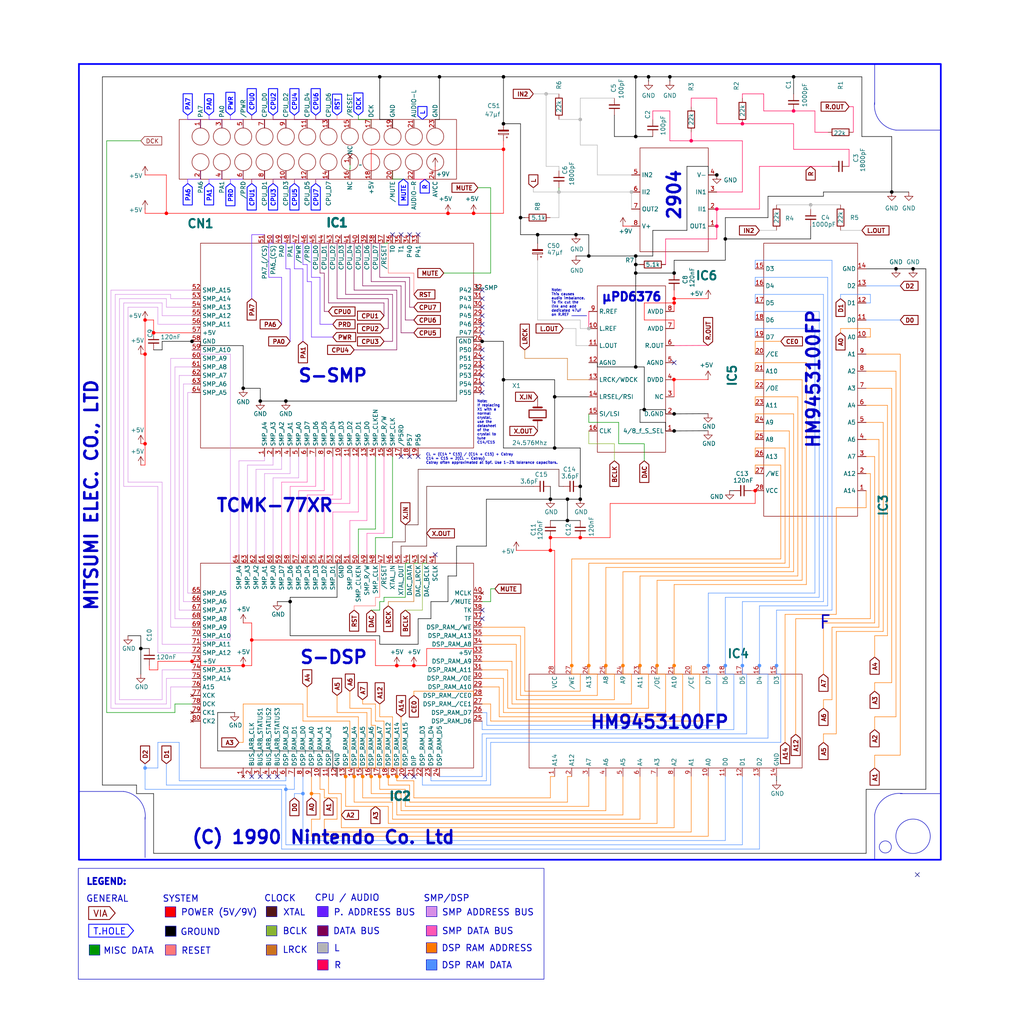
<source format=kicad_sch>
(kicad_sch (version 20250114) (generator "eeschema") (generator_version "9.0")
  (paper "User" 304.8 304.8)
  (title_block (title "TCMK-77XR (aka SHVC-SOUND)") (date "2025-08-04") (rev "B") (company "License: CERN-OHL-S") (comment 1 "This Document Is Not Endorsed By Nintendo or Mitsumi") (comment 2 "Documented by starlightk7 for Repair Usage") (comment 3 "Originally Designed By Nintendo and Manufactured By Mitsumi. ") (comment 4 "Used in SHVC-CPU-01 Super Famicom and SNES Units"))
  (rectangle (start 23.495 19.05) (end 280.035 255.905) (stroke (width 0.508) (color 3 0 255 1)))
  (arc (start 266.7 38.735) (mid 261.8153 35.9226) (end 260.35 30.48))
  (rectangle (start 79.2612 269.8117) (end 82.4362 272.8597) (fill (type color) (color 85 22 22 1)))
  (rectangle (start 94.5012 280.6067) (end 97.6762 283.6547) (fill (type color) (color 180 180 180 1)))
  (circle (center 271.78 248.92) (radius 5.1195))
  (rectangle (start 94.5012 269.8117) (end 97.6762 272.8597) (fill (type color) (color 103 29 255 1)))
  (arc (start 36.83 235.585) (mid 41.7147 238.3974) (end 43.18 243.84))
  (rectangle (start 126.8862 269.8117) (end 130.0612 272.8597) (fill (type color) (color 215 142 230 1)))
  (rectangle (start 79.2612 275.5267) (end 82.4362 278.5747) (fill (type color) (color 137 180 50 1)))
  (rectangle (start 49.1606 269.9137) (end 52.3356 272.9617) (fill (type color) (color 255 0 0 1)))
  (rectangle (start 49.2257 281.2417) (end 52.4007 284.2897) (fill (type color) (color 255 120 120 1)))
  (arc (start 260.35 242.57) (mid 263.1624 237.6853) (end 268.605 236.22))
  (rectangle (start 23.3178 258.4665) (end 161.925 291.465))
  (rectangle (start 94.5012 275.5267) (end 97.6762 278.5747) (fill (type color) (color 127 0 80 1)))
  (rectangle (start 126.8862 280.6067) (end 130.0612 283.6547) (fill (type color) (color 255 120 0 1)))
  (rectangle (start 49.2257 275.6537) (end 52.4007 278.7017) (fill (type color) (color 0 0 0 1)))
  (rectangle (start 26.5562 281.2417) (end 29.7312 284.2897) (fill (type color) (color 0 150 0 1)))
  (circle (center 263.525 252.095) (radius 1.7961))
  (rectangle (start 94.5012 285.6867) (end 97.6762 288.7347) (fill (type color) (color 255 0 85 1)))
  (rectangle (start 126.8862 285.6867) (end 130.0612 288.7347) (fill (type color) (color 78 144 255 1)))
  (rectangle (start 126.8862 275.5267) (end 130.0612 278.5747) (fill (type color) (color 255 87 179 1)))
  (rectangle (start 79.2612 281.2417) (end 82.4362 284.2897) (fill (type color) (color 204 115 31 1)))
  (text "SMP ADDRESS BUS" (at 145.2377 271.7167 0) (effects (font (size 1.905 1.905) (thickness 0.254) (bold yes))))
  (text "MITSUMI ELEC. CO., LTD" (at 27.178 147.574 90) (effects (font (size 3.81 3.81) (thickness 0.762) (bold yes))))
  (text "S-DSP" (at 99.314 195.834 0) (effects (font (size 3.81 3.81) (thickness 0.762) (bold yes))))
  (text "TCMK-77XR" (at 81.788 150.622 0) (effects (font (size 3.81 3.81) (thickness 0.762) (bold yes))))
  (text "XTAL\n" (at 87.5797 271.7167 0) (effects (font (size 1.905 1.905) (thickness 0.254) (bold yes))))
  (text "(C) 1990 Nintendo Co. Ltd" (at 96.266 249.428 0) (effects (font (size 3.81 3.81) (thickness 0.762) (bold yes))))
  (text "HM9453100FP" (at 196.342 215.138 0) (effects (font (size 3.81 3.81) (thickness 0.762) (bold yes))))
  (text "R" (at 100.5337 287.4647 0) (effects (font (size 1.905 1.905) (thickness 0.254) (bold yes))))
  (text "DSP RAM DATA" (at 141.9357 287.4647 0) (effects (font (size 1.905 1.905) (thickness 0.254) (bold yes))))
  (text "GROUND" (at 59.6397 277.5587 0) (effects (font (size 1.905 1.905) (thickness 0.254) (bold yes))))
  (text "P. ADDRESS BUS" (at 111.4557 271.7167 0) (effects (font (size 1.905 1.905) (thickness 0.254) (bold yes))))
  (text "L" (at 100.2797 282.3847 0) (effects (font (size 1.905 1.905) (thickness 0.254) (bold yes))))
  (text "LEGEND:" (at 31.6997 262.5727 0) (effects (font (size 1.905 1.905) (thickness 0.762) (bold yes))))
  (text "HM9453100FP" (at 242.062 113.03 90) (effects (font (size 3.81 3.81) (thickness 0.762) (bold yes))))
  (text "DATA BUS" (at 106.1217 277.3047 0) (effects (font (size 1.905 1.905) (thickness 0.254) (bold yes))))
  (text "LRCK" (at 87.8337 282.8927 0) (effects (font (size 1.905 1.905) (thickness 0.254) (bold yes))))
  (text "BCLK" (at 87.8337 277.3047 0) (effects (font (size 1.905 1.905) (thickness 0.254) (bold yes))))
  (text "CPU / AUDIO" (at 103.3277 267.3987 0) (effects (font (size 1.905 1.905) (thickness 0.254) (bold yes))))
  (text "RESET" (at 58.3697 283.1467 0) (effects (font (size 1.905 1.905) (thickness 0.254) (bold yes))))
  (text "SMP/DSP\n\n" (at 132.9227 269.0434 0) (effects (font (size 1.905 1.905) (thickness 0.254) (bold yes))))
  (text "SYSTEM" (at 53.7977 267.6527 0) (effects (font (size 1.905 1.905) (thickness 0.254) (bold yes))))
  (text "CLOCK\n" (at 83.337 267.5286 0) (effects (font (size 1.905 1.905) (thickness 0.254) (bold yes))))
  (text "MISC DATA\n" (at 38.3037 283.1467 0) (effects (font (size 1.905 1.905) (thickness 0.254) (bold yes))))
  (text "DSP RAM ADDRESS" (at 144.9837 282.3847 0) (effects (font (size 1.905 1.905) (thickness 0.254) (bold yes))))
  (text "GENERAL" (at 31.9537 267.6527 0) (effects (font (size 1.905 1.905) (thickness 0.254) (bold yes))))
  (text "Note:\nIf replacing\nX1 with a\nnormal \ncrystal,\nuse the \ndatasheet\nof the \ncrystal to\ntune \nC14/C15" (at 141.986 125.73 0) (effects (font (size 0.762 0.762)) (justify left)))
  (text "CL = (C14 * C15) / (C14 + C15) + Cstray\nC14 = C15 = 2(CL - Cstray)\nCstray often approximated at 5pf. Use 1-2% tolerance capacitors." (at 126.746 136.652 0) (effects (font (size 0.762 0.762)) (justify left)))
  (text "2904" (at 200.66 58.166 90) (effects (font (size 3.81 3.81) (thickness 0.762) (bold yes))))
  (text "F" (at 245.618 185.42 0) (effects (font (size 3.81 3.81) (thickness 0.4763))))
  (text "S-SMP" (at 99.06 112.014 0) (effects (font (size 3.81 3.81) (thickness 0.762) (bold yes))))
  (text "µPD6376" (at 188.02 88.5643 0) (effects (font (size 2.54 2.54) (thickness 0.762) (bold yes))))
  (text "POWER (5V/9V)" (at 65.2277 271.7167 0) (effects (font (size 1.905 1.905) (thickness 0.254) (bold yes))))
  (text "Note:\nThis causes\naudio imbalance.\nTo fix cut the \nlink and add \ndedicated 47uF\non R.REF" (at 164.084 90.17 0) (effects (font (size 0.762 0.762)) (justify left)))
  (text "SMP DATA BUS" (at 142.1897 277.3047 0) (effects (font (size 1.905 1.905) (thickness 0.254) (bold yes))))
  (junction (at 199.39 22.86) (color 0 0 0 1))
  (junction (at 118.11 231.14) (color 255 120 0 1))
  (junction (at 149.86 36.83) (color 0 0 0 1))
  (junction (at 43.18 132.08) (color 255 0 0 1))
  (junction (at 41.91 193.04) (color 0 0 0 1))
  (junction (at 113.03 231.14) (color 255 120 0 1))
  (junction (at 160.02 69.85) (color 0 0 0 1))
  (junction (at 43.18 105.41) (color 255 0 0 1))
  (junction (at 166.37 57.15) (color 180 180 180 1))
  (junction (at 213.36 62.23) (color 255 0 85 1))
  (junction (at 189.23 22.86) (color 0 0 0 1))
  (junction (at 190.5 198.12) (color 255 120 0 1))
  (junction (at 170.18 198.12) (color 255 120 0 1))
  (junction (at 133.35 63.5) (color 255 0 0 1))
  (junction (at 113.03 22.86) (color 0 0 0 1))
  (junction (at 74.93 190.5) (color 255 0 0 1))
  (junction (at 189.23 109.22) (color 0 0 0 1))
  (junction (at 123.19 198.12) (color 255 0 0 1))
  (junction (at 231.14 198.12) (color 78 144 255 1))
  (junction (at 220.98 36.83) (color 255 0 85 1))
  (junction (at 271.78 80.01) (color 0 0 0 1))
  (junction (at 162.56 27.94) (color 180 180 180 1))
  (junction (at 92.71 236.22) (color 255 120 0 1))
  (junction (at 215.9 198.12) (color 78 144 255 1))
  (junction (at 200.66 128.27) (color 0 0 0 1))
  (junction (at 213.36 67.31) (color 255 0 85 1))
  (junction (at 43.18 95.25) (color 255 0 0 1))
  (junction (at 175.26 198.12) (color 255 120 0 1))
  (junction (at 210.82 198.12) (color 78 144 255 1))
  (junction (at 215.9 71.12) (color 0 0 0 1))
  (junction (at 105.41 231.14) (color 255 120 0 1))
  (junction (at 191.77 121.92) (color 0 0 0 1))
  (junction (at 185.42 198.12) (color 255 120 0 1))
  (junction (at 220.98 198.12) (color 78 144 255 1))
  (junction (at 189.23 76.2) (color 0 0 0 1))
  (junction (at 102.87 231.14) (color 255 120 0 1))
  (junction (at 163.83 160.02) (color 255 0 0 1))
  (junction (at 236.22 33.02) (color 255 0 85 1))
  (junction (at 200.66 90.17) (color 255 0 0 1))
  (junction (at 193.04 22.86) (color 0 0 0 1))
  (junction (at 172.72 148.59) (color 0 0 0 1))
  (junction (at 85.09 234.95) (color 78 144 255 1))
  (junction (at 165.1 118.11) (color 0 0 0 1))
  (junction (at 143.51 101.6) (color 0 0 0 1))
  (junction (at 49.53 63.5) (color 255 0 0 1))
  (junction (at 175.26 97.79) (color 180 180 180 1))
  (junction (at 130.81 22.86) (color 0 0 0 1))
  (junction (at 168.91 154.94) (color 0 0 0 1))
  (junction (at 171.45 69.85) (color 0 0 0 1))
  (junction (at 57.15 196.85) (color 255 0 0 1))
  (junction (at 187.96 57.15) (color 180 180 180 1))
  (junction (at 200.6049 112.9755) (color 255 0 0 1))
  (junction (at 45.72 99.06) (color 255 0 0 1))
  (junction (at 77.47 119.38) (color 0 0 0 1))
  (junction (at 149.86 22.86) (color 0 0 0 1))
  (junction (at 189.23 40.64) (color 0 0 0 1))
  (junction (at 163.83 148.59) (color 0 0 0 1))
  (junction (at 205.74 41.91) (color 255 0 85 1))
  (junction (at 241.3 60.96) (color 180 180 180 1))
  (junction (at 200.66 198.12) (color 255 120 0 1))
  (junction (at 72.39 115.57) (color 0 0 0 1))
  (junction (at 140.97 63.5) (color 255 0 0 1))
  (junction (at 195.58 198.12) (color 255 120 0 1))
  (junction (at 110.49 231.14) (color 255 120 0 1))
  (junction (at 266.7 80.01) (color 0 0 0 1))
  (junction (at 265.43 57.15) (color 0 0 0 1))
  (junction (at 149.86 44.45) (color 255 0 0 1))
  (junction (at 85.09 119.38) (color 0 0 0 1))
  (junction (at 180.34 198.12) (color 255 120 0 1))
  (junction (at 172.72 144.78) (color 0 0 0 1))
  (junction (at 236.22 22.86) (color 0 0 0 1))
  (junction (at 107.95 231.14) (color 255 120 0 1))
  (junction (at 72.39 198.12) (color 255 0 0 1))
  (junction (at 118.11 198.12) (color 255 0 0 1))
  (junction (at 189.23 78.74) (color 0 0 0 1))
  (junction (at 90.17 236.22) (color 78 144 255 1))
  (junction (at 172.72 160.02) (color 255 0 0 1))
  (junction (at 224.79 146.05) (color 255 0 0 1))
  (junction (at 213.36 52.07) (color 0 0 0 1))
  (junction (at 175.26 76.2) (color 0 0 0 1))
  (junction (at 189.23 81.28) (color 0 0 0 1))
  (junction (at 43.18 228.6) (color 78 144 255 1))
  (junction (at 57.15 101.6) (color 0 0 0 1))
  (junction (at 172.72 35.56) (color 180 180 180 1))
  (junction (at 168.91 148.59) (color 0 0 0 1))
  (junction (at 200.66 88.9) (color 255 0 0 1))
  (junction (at 200.66 81.28) (color 0 0 0 1))
  (junction (at 165.1 133.35) (color 0 0 0 1))
  (junction (at 115.57 231.14) (color 255 120 0 1))
  (junction (at 154.94 64.77) (color 0 0 0 1))
  (junction (at 163.83 163.83) (color 255 0 0 1))
  (junction (at 86.36 179.07) (color 0 0 0 1))
  (junction (at 149.86 113.03) (color 0 0 0 1))
  (junction (at 226.06 198.12) (color 78 144 255 1))
  (junction (at 200.66 123.19) (color 0 0 0 1))
  (no_connect (at 143.51 93.98))
  (no_connect (at 82.55 231.14))
  (no_connect (at 121.92 69.85))
  (no_connect (at 119.38 69.85))
  (no_connect (at 143.51 181.61))
  (no_connect (at 200.66 107.95))
  (no_connect (at 74.93 231.14))
  (no_connect (at 143.51 114.3))
  (no_connect (at 143.51 109.22))
  (no_connect (at 120.65 231.14))
  (no_connect (at 143.51 111.76))
  (no_connect (at 143.51 88.9))
  (no_connect (at 77.47 231.14))
  (no_connect (at 143.51 116.84))
  (no_connect (at 143.51 184.15))
  (no_connect (at 124.46 69.85))
  (no_connect (at 143.51 99.06))
  (no_connect (at 143.51 86.36))
  (no_connect (at 273.05 260.35))
  (no_connect (at 129.54 165.1))
  (no_connect (at 116.84 69.85))
  (no_connect (at 80.01 231.14))
  (no_connect (at 143.51 91.44))
  (no_connect (at 143.51 106.68))
  (no_connect (at 124.46 135.89))
  (no_connect (at 143.51 96.52))
  (no_connect (at 123.19 231.14))
  (no_connect (at 121.92 135.89))
  (no_connect (at 119.38 135.89))
  (no_connect (at 143.51 104.14))
  (wire (pts (xy 49.53 91.44) (xy 57.15 91.44)) (stroke (width 0) (color 215 142 230 1)))
  (wire (pts (xy 260.35 135.89) (xy 257.81 135.89)) (stroke (width 0) (color 255 120 0 1)))
  (wire (pts (xy 109.22 165.1) (xy 109.22 158.75)) (stroke (width 0) (color 255 87 179 1)))
  (wire (pts (xy 43.18 63.5) (xy 43.18 62.23)) (stroke (width 0) (color 255 0 0 1)))
  (wire (pts (xy 48.26 143.51) (xy 38.1 143.51)) (stroke (width 0) (color 215 142 230 1)))
  (wire (pts (xy 87.63 53.34) (xy 91.44 53.34)) (stroke (width 0) (color 127 0 80 1)))
  (wire (pts (xy 100.33 237.49) (xy 100.33 243.84)) (stroke (width 0) (color 255 120 0 1)))
  (wire (pts (xy 43.18 105.41) (xy 43.18 132.08)) (stroke (width 0) (color 255 0 0 1)))
  (wire (pts (xy 193.04 210.82) (xy 193.04 200.66)) (stroke (width 0) (color 255 120 0 1)))
  (wire (pts (xy 95.25 82.55) (xy 92.71 82.55)) (stroke (width 0) (color 103 29 255 1)))
  (wire (pts (xy 106.68 72.39) (xy 106.68 69.85)) (stroke (width 0) (color 127 0 80 1)))
  (wire (pts (xy 218.44 217.17) (xy 218.44 200.66)) (stroke (width 0) (color 78 144 255 1)))
  (wire (pts (xy 120.65 95.25) (xy 120.65 83.82)) (stroke (width 0) (color 127 0 80 1)))
  (wire (pts (xy 226.06 231.14) (xy 226.06 252.73)) (stroke (width 0) (color 78 144 255 1)))
  (wire (pts (xy 129.54 35.56) (xy 130.81 35.56)) (stroke (width 0) (color 0 0 0 1)))
  (wire (pts (xy 110.49 210.82) (xy 110.49 215.9)) (stroke (width 0) (color 255 120 0 1)))
  (wire (pts (xy 95.25 96.52) (xy 95.25 82.55)) (stroke (width 0) (color 103 29 255 1)))
  (wire (pts (xy 91.44 213.36) (xy 106.68 213.36)) (stroke (width 0) (color 255 120 0 1)))
  (wire (pts (xy 81.28 34.29) (xy 81.28 35.56)) (stroke (width 0) (color 127 0 80 1)))
  (wire (pts (xy 171.45 97.79) (xy 167.64 97.79)) (stroke (width 0) (color 180 180 180 1)))
  (wire (pts (xy 68.58 34.29) (xy 68.58 35.56)) (stroke (width 0) (color 103 29 255 1)))
  (wire (pts (xy 118.11 242.57) (xy 185.42 242.57)) (stroke (width 0) (color 255 120 0 1)))
  (wire (pts (xy 175.26 198.12) (xy 175.26 167.64)) (stroke (width 0) (color 255 120 0 1)))
  (wire (pts (xy 190.5 78.74) (xy 189.23 78.74)) (stroke (width 0) (color 0 0 0 1)))
  (wire (pts (xy 53.34 232.41) (xy 53.34 220.98)) (stroke (width 0) (color 78 144 255 1)))
  (wire (pts (xy 91.44 147.32) (xy 99.06 147.32)) (stroke (width 0) (color 255 87 179 1)))
  (wire (pts (xy 111.76 165.1) (xy 111.76 160.02)))
  (wire (pts (xy 99.06 228.6) (xy 100.33 228.6)) (stroke (width 0) (color 0 0 0 1)))
  (wire (pts (xy 46.99 220.98) (xy 46.99 228.6)) (stroke (width 0) (color 78 144 255 1)))
  (wire (pts (xy 149.86 44.45) (xy 149.86 41.91)) (stroke (width 0) (color 255 0 0 1)))
  (wire (pts (xy 247.65 77.47) (xy 247.65 181.61)) (stroke (width 0) (color 78 144 255 1)))
  (wire (pts (xy 110.49 44.45) (xy 149.86 44.45)) (stroke (width 0) (color 255 0 0 1)))
  (wire (pts (xy 62.23 54.61) (xy 62.23 53.34)) (stroke (width 0) (color 103 29 255 1)))
  (wire (pts (xy 248.92 218.44) (xy 248.92 187.96)) (stroke (width 0) (color 255 120 0 1)))
  (wire (pts (xy 109.22 158.75) (xy 114.3 158.75)) (stroke (width 0) (color 255 87 179 1)))
  (wire (pts (xy 121.92 82.55) (xy 113.03 82.55)) (stroke (width 0) (color 127 0 80 1)))
  (wire (pts (xy 123.19 237.49) (xy 163.83 237.49)) (stroke (width 0) (color 255 120 0 1)))
  (wire (pts (xy 110.49 236.22) (xy 119.38 236.22)) (stroke (width 0) (color 255 120 0 1)))
  (wire (pts (xy 96.52 234.95) (xy 96.52 237.49)) (stroke (width 0) (color 255 120 0 1)))
  (wire (pts (xy 85.09 234.95) (xy 85.09 251.46)) (stroke (width 0) (color 78 144 255 1)))
  (wire (pts (xy 125.73 167.64) (xy 127 167.64)))
  (wire (pts (xy 91.44 135.89) (xy 91.44 143.51)) (stroke (width 0) (color 255 87 179 1)))
  (wire (pts (xy 123.19 81.28) (xy 115.57 81.28)) (stroke (width 0) (color 255 120 120 1)))
  (wire (pts (xy 48.26 199.39) (xy 48.26 208.28)) (stroke (width 0) (color 215 142 230 1)))
  (wire (pts (xy 182.88 208.28) (xy 182.88 200.66)) (stroke (width 0) (color 255 120 0 1)))
  (wire (pts (xy 87.63 231.14) (xy 87.63 234.95)) (stroke (width 0) (color 78 144 255 1)))
  (wire (pts (xy 175.26 125.73) (xy 184.15 125.73)))
  (wire (pts (xy 85.09 232.41) (xy 53.34 232.41)) (stroke (width 0) (color 78 144 255 1)))
  (wire (pts (xy 152.4 209.55) (xy 187.96 209.55)) (stroke (width 0) (color 255 120 0 1)))
  (wire (pts (xy 123.19 99.06) (xy 119.38 99.06)) (stroke (width 0) (color 127 0 80 1)))
  (wire (pts (xy 165.1 118.11) (xy 175.26 118.11)) (stroke (width 0) (color 0 0 0 1)))
  (wire (pts (xy 123.19 95.25) (xy 120.65 95.25)) (stroke (width 0) (color 127 0 80 1)))
  (wire (pts (xy 163.83 154.94) (xy 168.91 154.94)) (stroke (width 0) (color 0 0 0 1)))
  (wire (pts (xy 144.78 148.59) (xy 163.83 148.59)) (stroke (width 0) (color 0 0 0 1)))
  (wire (pts (xy 185.42 198.12) (xy 185.42 200.66)) (stroke (width 0) (color 255 120 0 1)))
  (wire (pts (xy 265.43 57.15) (xy 270.51 57.15)) (stroke (width 0) (color 0 0 0 1)))
  (wire (pts (xy 245.11 87.63) (xy 224.79 87.63)) (stroke (width 0) (color 78 144 255 1)))
  (wire (pts (xy 127 198.12) (xy 127 193.04)) (stroke (width 0) (color 255 0 0 1)))
  (wire (pts (xy 113.03 209.55) (xy 113.03 213.36)) (stroke (width 0) (color 255 120 0 1)))
  (wire (pts (xy 267.97 224.79) (xy 267.97 105.41)) (stroke (width 0) (color 255 120 0 1)))
  (wire (pts (xy 96.52 72.39) (xy 96.52 69.85)) (stroke (width 0) (color 127 0 80 1)))
  (wire (pts (xy 120.65 177.8) (xy 120.65 167.64)))
  (wire (pts (xy 275.59 234.95) (xy 257.81 234.95)) (stroke (width 0) (color 0 0 0 1)))
  (wire (pts (xy 177.8 200.66) (xy 175.26 200.66)) (stroke (width 0) (color 255 120 0 1)))
  (wire (pts (xy 143.51 201.93) (xy 149.86 201.93)) (stroke (width 0) (color 255 120 0 1)))
  (wire (pts (xy 59.69 101.6) (xy 59.69 102.87)) (stroke (width 0) (color 0 0 0 1)))
  (wire (pts (xy 248.92 182.88) (xy 248.92 151.13)) (stroke (width 0) (color 255 120 0 1)))
  (wire (pts (xy 198.12 125.73) (xy 198.12 128.27)) (stroke (width 0) (color 0 0 0 1)))
  (wire (pts (xy 90.17 236.22) (xy 90.17 250.19)) (stroke (width 0) (color 78 144 255 1)))
  (wire (pts (xy 41.91 138.43) (xy 43.18 138.43)) (stroke (width 0) (color 255 0 0 1)))
  (wire (pts (xy 156.21 205.74) (xy 172.72 205.74)) (stroke (width 0) (color 255 120 0 1)))
  (wire (pts (xy 146.05 179.07) (xy 143.51 179.07)))
  (wire (pts (xy 200.66 123.19) (xy 210.7649 123.1355)) (stroke (width 0) (color 0 0 0 1)))
  (wire (pts (xy 238.76 172.72) (xy 238.76 113.03)) (stroke (width 0) (color 255 120 0 1)))
  (wire (pts (xy 119.38 213.36) (xy 119.38 228.6)) (stroke (width 0) (color 255 120 0 1)))
  (wire (pts (xy 166.37 35.56) (xy 172.72 35.56)) (stroke (width 0) (color 180 180 180 1)))
  (wire (pts (xy 109.22 212.09) (xy 109.22 228.6)) (stroke (width 0) (color 255 120 0 1)))
  (wire (pts (xy 114.3 135.89) (xy 114.3 158.75)) (stroke (width 0) (color 255 87 179 1)))
  (wire (pts (xy 123.19 91.44) (xy 121.92 91.44)) (stroke (width 0) (color 127 0 80 1)))
  (wire (pts (xy 46.99 199.39) (xy 46.99 196.85)) (stroke (width 0) (color 255 0 0 1)))
  (wire (pts (xy 81.28 142.24) (xy 88.9 142.24)) (stroke (width 0) (color 215 142 230 1)))
  (wire (pts (xy 210.82 52.07) (xy 210.82 49.53)) (stroke (width 0) (color 0 0 0 1)))
  (wire (pts (xy 194.31 68.58) (xy 194.31 76.2)) (stroke (width 0) (color 0 0 0 1)))
  (wire (pts (xy 243.84 177.8) (xy 243.84 92.71)) (stroke (width 0) (color 78 144 255 1)))
  (wire (pts (xy 213.36 62.23) (xy 213.36 67.31)) (stroke (width 0) (color 255 0 85 1)))
  (wire (pts (xy 86.36 144.78) (xy 93.98 144.78)) (stroke (width 0) (color 255 87 179 1)))
  (wire (pts (xy 111.76 190.5) (xy 111.76 198.12)) (stroke (width 0) (color 255 0 0 1)))
  (wire (pts (xy 34.29 209.55) (xy 34.29 87.63)) (stroke (width 0) (color 215 142 230 1)))
  (wire (pts (xy 143.51 196.85) (xy 152.4 196.85)) (stroke (width 0) (color 255 120 0 1)))
  (wire (pts (xy 189.23 109.22) (xy 177.8 109.22)) (stroke (width 0) (color 0 0 0 1)))
  (wire (pts (xy 104.14 210.82) (xy 110.49 210.82)) (stroke (width 0) (color 255 120 0 1)))
  (wire (pts (xy 116.84 35.56) (xy 116.84 38.1)) (stroke (width 0) (color 0 0 0 1)))
  (wire (pts (xy 85.09 80.01) (xy 85.09 72.39)) (stroke (width 0) (color 103 29 255 1)))
  (wire (pts (xy 99.06 152.4) (xy 106.68 152.4)) (stroke (width 0) (color 255 87 179 1)))
  (wire (pts (xy 107.95 208.28) (xy 107.95 209.55)) (stroke (width 0) (color 255 120 0 1)))
  (wire (pts (xy 85.09 251.46) (xy 220.98 251.46)) (stroke (width 0) (color 78 144 255 1)))
  (wire (pts (xy 123.19 198.12) (xy 127 198.12)) (stroke (width 0) (color 255 0 0 1)))
  (wire (pts (xy 163.83 160.02) (xy 172.72 160.02)) (stroke (width 0) (color 255 0 0 1)))
  (wire (pts (xy 215.9 77.47) (xy 215.9 71.12)) (stroke (width 0) (color 0 0 0 1)))
  (wire (pts (xy 45.72 95.25) (xy 43.18 95.25)) (stroke (width 0) (color 255 0 0 1)))
  (wire (pts (xy 111.76 160.02) (xy 116.84 160.02)))
  (wire (pts (xy 163.83 163.83) (xy 163.83 160.02)) (stroke (width 0) (color 255 0 0 1)))
  (wire (pts (xy 195.58 198.12) (xy 195.58 200.66)) (stroke (width 0) (color 255 120 0 1)))
  (wire (pts (xy 91.44 72.39) (xy 91.44 69.85)) (stroke (width 0) (color 103 29 255 1)))
  (polyline (pts (xy 260.35 19.05) (xy 260.35 31.115)))
  (wire (pts (xy 95.25 243.84) (xy 92.71 243.84)) (stroke (width 0) (color 255 120 0 1)))
  (wire (pts (xy 200.66 113.03) (xy 200.6049 112.9755)))
  (wire (pts (xy 90.17 78.74) (xy 90.17 72.39)) (stroke (width 0) (color 103 29 255 1)))
  (wire (pts (xy 96.52 237.49) (xy 100.33 237.49)) (stroke (width 0) (color 255 120 0 1)))
  (wire (pts (xy 92.71 248.92) (xy 210.82 248.92)) (stroke (width 0) (color 255 120 0 1)))
  (wire (pts (xy 113.03 189.23) (xy 113.03 191.77)) (stroke (width 0) (color 0 0 0 1)))
  (wire (pts (xy 149.86 113.03) (xy 149.86 133.35)) (stroke (width 0) (color 0 0 0 1)))
  (wire (pts (xy 110.49 231.14) (xy 110.49 236.22)) (stroke (width 0) (color 255 120 0 1)))
  (wire (pts (xy 175.26 76.2) (xy 171.45 76.2)) (stroke (width 0) (color 0 0 0 1)))
  (wire (pts (xy 175.26 167.64) (xy 233.68 167.64)) (stroke (width 0) (color 255 120 0 1)))
  (wire (pts (xy 59.69 35.56) (xy 59.69 38.1)) (stroke (width 0) (color 103 29 255 1)))
  (wire (pts (xy 128.27 232.41) (xy 144.78 232.41)) (stroke (width 0) (color 78 144 255 1)))
  (wire (pts (xy 245.11 179.07) (xy 245.11 87.63)) (stroke (width 0) (color 78 144 255 1)))
  (wire (pts (xy 46.99 144.78) (xy 36.83 144.78)) (stroke (width 0) (color 215 142 230 1)))
  (wire (pts (xy 55.88 54.61) (xy 55.88 53.34)) (stroke (width 0) (color 103 29 255 1)))
  (wire (pts (xy 124.46 184.15) (xy 128.27 184.15)) (stroke (width 0) (color 0 0 0 1)))
  (wire (pts (xy 236.22 36.83) (xy 220.98 36.83)) (stroke (width 0) (color 255 0 85 1)))
  (wire (pts (xy 224.79 87.63) (xy 224.79 90.17)) (stroke (width 0) (color 78 144 255 1)))
  (wire (pts (xy 93.98 148.59) (xy 101.6 148.59)) (stroke (width 0) (color 255 87 179 1)))
  (wire (pts (xy 57.15 209.55) (xy 52.07 209.55)))
  (wire (pts (xy 41.91 193.04) (xy 41.91 200.66)) (stroke (width 0) (color 0 0 0 1)))
  (wire (pts (xy 92.71 82.55) (xy 92.71 72.39)) (stroke (width 0) (color 103 29 255 1)))
  (wire (pts (xy 236.8486 218.5626) (xy 236.8486 184.15)) (stroke (width 0) (color 255 120 0 1)))
  (wire (pts (xy 93.98 72.39) (xy 93.98 69.85)) (stroke (width 0) (color 127 0 80 1)))
  (wire (pts (xy 121.92 91.44) (xy 121.92 82.55)) (stroke (width 0) (color 127 0 80 1)))
  (wire (pts (xy 254 31.75) (xy 254 39.37)) (stroke (width 0) (color 255 0 85 1)))
  (wire (pts (xy 101.6 246.38) (xy 200.66 246.38)) (stroke (width 0) (color 255 120 0 1)))
  (wire (pts (xy 120.65 167.64) (xy 121.92 167.64)))
  (wire (pts (xy 95.25 236.22) (xy 95.25 243.84)) (stroke (width 0) (color 255 120 0 1)))
  (wire (pts (xy 213.36 215.9) (xy 213.36 200.66)) (stroke (width 0) (color 78 144 255 1)))
  (wire (pts (xy 110.49 35.56) (xy 110.49 38.1)))
  (wire (pts (xy 106.68 35.56) (xy 110.49 35.56)))
  (wire (pts (xy 123.19 205.74) (xy 123.19 207.01)) (stroke (width 0) (color 255 120 0 1)))
  (wire (pts (xy 96.52 92.71) (xy 96.52 81.28)) (stroke (width 0) (color 127 0 80 1)))
  (wire (pts (xy 180.34 168.91) (xy 234.95 168.91)) (stroke (width 0) (color 255 120 0 1)))
  (wire (pts (xy 115.57 97.79) (xy 115.57 88.9)) (stroke (width 0) (color 127 0 80 1)))
  (wire (pts (xy 190.5 125.73) (xy 198.12 125.73)) (stroke (width 0) (color 0 0 0 1)))
  (wire (pts (xy 104.2004 50.1388) (xy 104.14 50.1388)))
  (wire (pts (xy 200.66 81.28) (xy 189.23 81.28)) (stroke (width 0) (color 0 0 0 1)))
  (wire (pts (xy 190.5 198.12) (xy 190.5 171.45)) (stroke (width 0) (color 255 120 0 1)))
  (wire (pts (xy 57.15 186.69) (xy 50.8 186.69)) (stroke (width 0) (color 215 142 230 1)))
  (wire (pts (xy 73.66 138.43) (xy 81.28 138.43)) (stroke (width 0) (color 215 142 230 1)))
  (wire (pts (xy 213.36 71.12) (xy 213.36 67.31)) (stroke (width 0) (color 255 0 85 1)))
  (wire (pts (xy 81.28 35.56) (xy 85.09 35.56)) (stroke (width 0) (color 127 0 80 1)))
  (wire (pts (xy 36.83 144.78) (xy 36.83 90.17)) (stroke (width 0) (color 215 142 230 1)))
  (wire (pts (xy 116.84 101.6) (xy 116.84 87.63)) (stroke (width 0) (color 127 0 80 1)))
  (wire (pts (xy 231.14 181.61) (xy 247.65 181.61)) (stroke (width 0) (color 78 144 255 1)))
  (wire (pts (xy 213.36 36.83) (xy 220.98 36.83)) (stroke (width 0) (color 255 0 85 1)))
  (wire (pts (xy 203.2 200.66) (xy 200.66 200.66)) (stroke (width 0) (color 255 120 0 1)))
  (wire (pts (xy 195.58 245.11) (xy 195.58 231.14)) (stroke (width 0) (color 255 120 0 1)))
  (wire (pts (xy 85.09 234.95) (xy 87.63 234.95)) (stroke (width 0) (color 78 144 255 1)))
  (wire (pts (xy 105.41 238.76) (xy 116.84 238.76)) (stroke (width 0) (color 255 120 0 1)))
  (wire (pts (xy 106.68 34.29) (xy 106.68 35.56)))
  (wire (pts (xy 181.61 149.86) (xy 224.79 149.86)) (stroke (width 0) (color 255 0 0 1)))
  (wire (pts (xy 115.57 180.34) (xy 115.57 179.07)) (stroke (width 0) (color 204 115 31 1)))
  (wire (pts (xy 245.11 208.28) (xy 247.65 208.28)) (stroke (width 0) (color 255 120 0 1)))
  (wire (pts (xy 57.15 196.85) (xy 59.69 196.85)) (stroke (width 0) (color 255 0 0 1)))
  (wire (pts (xy 165.1 133.35) (xy 149.86 133.35)) (stroke (width 0) (color 0 0 0 1)))
  (wire (pts (xy 105.41 72.39) (xy 104.14 72.39)) (stroke (width 0) (color 127 0 80 1)))
  (wire (pts (xy 168.91 148.59) (xy 172.72 148.59)) (stroke (width 0) (color 0 0 0 1)))
  (wire (pts (xy 99.06 72.39) (xy 99.06 69.85)) (stroke (width 0) (color 127 0 80 1)))
  (wire (pts (xy 113.03 22.86) (xy 130.81 22.86)) (stroke (width 0) (color 0 0 0 1)))
  (wire (pts (xy 87.63 35.56) (xy 91.44 35.56)) (stroke (width 0) (color 127 0 80 1)))
  (wire (pts (xy 144.9048 215.9) (xy 213.36 215.9)) (stroke (width 0) (color 78 144 255 1)))
  (wire (pts (xy 247.65 77.47) (xy 224.79 77.47)) (stroke (width 0) (color 78 144 255 1)))
  (wire (pts (xy 182.88 40.64) (xy 189.23 40.64)) (stroke (width 0) (color 0 0 0 1)))
  (wire (pts (xy 78.74 140.97) (xy 86.36 140.97)) (stroke (width 0) (color 215 142 230 1)))
  (wire (pts (xy 114.3 179.07) (xy 114.3 177.8)))
  (wire (pts (xy 104.14 154.94) (xy 109.22 154.94)) (stroke (width 0) (color 255 87 179 1)))
  (wire (pts (xy 200.6049 112.9755) (xy 210.7649 112.9755)) (stroke (width 0) (color 255 0 0 1)))
  (wire (pts (xy 224.79 123.19) (xy 224.79 125.73)) (stroke (width 0) (color 255 120 0 1)))
  (wire (pts (xy 118.11 198.12) (xy 123.19 198.12)) (stroke (width 0) (color 255 0 0 1)))
  (wire (pts (xy 93.98 54.61) (xy 93.98 53.34)) (stroke (width 0) (color 127 0 80 1)))
  (wire (pts (xy 92.71 83.82) (xy 91.44 83.82)) (stroke (width 0) (color 103 29 255 1)))
  (wire (pts (xy 259.08 184.15) (xy 259.08 140.97)) (stroke (width 0) (color 255 120 0 1)))
  (wire (pts (xy 109.22 228.6) (xy 107.95 228.6)) (stroke (width 0) (color 255 120 0 1)))
  (wire (pts (xy 105.41 228.6) (xy 105.41 231.14)) (stroke (width 0) (color 255 120 0 1)))
  (wire (pts (xy 232.41 166.37) (xy 232.41 138.43)) (stroke (width 0) (color 255 120 0 1)))
  (wire (pts (xy 190.5 243.84) (xy 190.5 231.14)) (stroke (width 0) (color 255 120 0 1)))
  (wire (pts (xy 52.07 184.15) (xy 52.07 109.22)) (stroke (width 0) (color 215 142 230 1)))
  (wire (pts (xy 146.05 214.63) (xy 208.28 214.63)) (stroke (width 0) (color 255 120 0 1)))
  (wire (pts (xy 224.79 118.11) (xy 224.79 120.65)) (stroke (width 0) (color 255 120 0 1)))
  (wire (pts (xy 53.34 220.98) (xy 46.99 220.98)) (stroke (width 0) (color 78 144 255 1)))
  (wire (pts (xy 121.92 165.1) (xy 121.92 167.64)))
  (wire (pts (xy 105.41 86.36) (xy 105.41 72.39)) (stroke (width 0) (color 127 0 80 1)))
  (wire (pts (xy 48.26 93.98) (xy 57.15 93.98)) (stroke (width 0) (color 215 142 230 1)))
  (wire (pts (xy 252.73 44.45) (xy 236.22 44.45)) (stroke (width 0) (color 255 0 85 1)))
  (wire (pts (xy 170.18 198.12) (xy 170.18 166.37)) (stroke (width 0) (color 255 120 0 1)))
  (wire (pts (xy 113.03 181.61) (xy 113.03 179.07)))
  (wire (pts (xy 168.91 106.68) (xy 168.91 113.03)) (stroke (width 0) (color 204 115 31 1)))
  (wire (pts (xy 143.51 218.44) (xy 222.25 218.44)) (stroke (width 0) (color 78 144 255 1)))
  (wire (pts (xy 111.76 177.8) (xy 113.03 177.8)) (stroke (width 0) (color 255 120 120 1)))
  (wire (pts (xy 168.91 154.94) (xy 172.72 154.94)) (stroke (width 0) (color 0 0 0 1)))
  (wire (pts (xy 222.25 218.44) (xy 222.25 200.66)) (stroke (width 0) (color 78 144 255 1)))
  (wire (pts (xy 85.09 231.14) (xy 85.09 232.41)) (stroke (width 0) (color 78 144 255 1)))
  (wire (pts (xy 193.04 22.86) (xy 193.04 24.13)) (stroke (width 0) (color 0 0 0 1)))
  (wire (pts (xy 143.51 186.69) (xy 156.21 186.69)) (stroke (width 0) (color 255 120 0 1)))
  (wire (pts (xy 200.6049 112.9755) (xy 200.66 118.11)) (stroke (width 0) (color 255 0 0 1)))
  (wire (pts (xy 74.93 35.56) (xy 78.74 35.56)) (stroke (width 0) (color 127 0 80 1)))
  (wire (pts (xy 57.15 196.85) (xy 46.99 196.85)) (stroke (width 0) (color 255 0 0 1)))
  (wire (pts (xy 232.41 138.43) (xy 224.79 138.43)) (stroke (width 0) (color 255 120 0 1)))
  (wire (pts (xy 115.57 228.6) (xy 115.57 231.14)) (stroke (width 0) (color 255 120 0 1)))
  (wire (pts (xy 116.84 87.63) (xy 102.87 87.63)) (stroke (width 0) (color 127 0 80 1)))
  (wire (pts (xy 172.72 29.21) (xy 182.88 29.21)) (stroke (width 0) (color 180 180 180 1)))
  (wire (pts (xy 166.37 55.88) (xy 166.37 57.15)))
  (wire (pts (xy 248.92 151.13) (xy 257.81 151.13)) (stroke (width 0) (color 255 120 0 1)))
  (wire (pts (xy 248.92 187.96) (xy 262.89 187.96)) (stroke (width 0) (color 255 120 0 1)))
  (wire (pts (xy 86.36 80.01) (xy 85.09 80.01)) (stroke (width 0) (color 103 29 255 1)))
  (wire (pts (xy 72.39 50.8) (xy 72.39 53.34)) (stroke (width 0) (color 103 29 255 1)))
  (wire (pts (xy 168.91 238.76) (xy 168.91 231.14)) (stroke (width 0) (color 255 120 0 1)))
  (wire (pts (xy 91.44 165.1) (xy 91.44 147.32)) (stroke (width 0) (color 255 87 179 1)))
  (wire (pts (xy 78.74 135.89) (xy 78.74 137.16)) (stroke (width 0) (color 215 142 230 1)))
  (wire (pts (xy 43.18 234.95) (xy 83.82 234.95)) (stroke (width 0) (color 78 144 255 1)))
  (wire (pts (xy 149.86 44.45) (xy 149.86 63.5)) (stroke (width 0) (color 255 0 0 1)))
  (wire (pts (xy 50.8 87.63) (xy 50.8 88.9)) (stroke (width 0) (color 215 142 230 1)))
  (wire (pts (xy 170.18 200.66) (xy 170.18 198.12)) (stroke (width 0) (color 255 120 0 1)))
  (wire (pts (xy 100.33 35.56) (xy 104.14 35.56)) (stroke (width 0) (color 255 120 120 1)))
  (wire (pts (xy 126.4339 53.3748) (xy 123.19 53.3748)) (stroke (width 0) (color 255 0 85 1)))
  (wire (pts (xy 33.02 86.36) (xy 57.15 86.36)) (stroke (width 0) (color 215 142 230 1)))
  (wire (pts (xy 88.9 165.1) (xy 88.9 146.05)) (stroke (width 0) (color 255 87 179 1)))
  (wire (pts (xy 191.77 90.17) (xy 191.77 95.25)) (stroke (width 0) (color 255 0 0 1)))
  (wire (pts (xy 130.81 22.86) (xy 130.81 35.56)) (stroke (width 0) (color 0 0 0 1)))
  (wire (pts (xy 102.87 72.39) (xy 101.6 72.39)) (stroke (width 0) (color 127 0 80 1)))
  (wire (pts (xy 245.11 218.44) (xy 248.92 218.44)) (stroke (width 0) (color 255 120 0 1)))
  (wire (pts (xy 163.83 237.49) (xy 163.83 231.14)) (stroke (width 0) (color 255 120 0 1)))
  (wire (pts (xy 175.26 128.27) (xy 175.26 132.08)) (stroke (width 0) (color 137 180 50 1)))
  (wire (pts (xy 187.96 209.55) (xy 187.96 200.66)) (stroke (width 0) (color 255 120 0 1)))
  (wire (pts (xy 48.26 191.77) (xy 48.26 143.51)) (stroke (width 0) (color 215 142 230 1)))
  (wire (pts (xy 99.06 100.33) (xy 92.71 100.33)) (stroke (width 0) (color 103 29 255 1)))
  (wire (pts (xy 118.11 232.41) (xy 123.19 232.41)) (stroke (width 0) (color 255 120 0 1)))
  (wire (pts (xy 68.58 190.5) (xy 59.69 190.5)) (stroke (width 0) (color 215 142 230 1)))
  (wire (pts (xy 257.81 254) (xy 45.72 254)) (stroke (width 0) (color 0 0 0 1)))
  (wire (pts (xy 50.8 186.69) (xy 50.8 106.68)) (stroke (width 0) (color 215 142 230 1)))
  (wire (pts (xy 200.66 77.47) (xy 200.66 81.28)) (stroke (width 0) (color 0 0 0 1)))
  (wire (pts (xy 92.71 236.22) (xy 92.71 237.49)) (stroke (width 0) (color 255 120 0 1)))
  (wire (pts (xy 140.97 205.74) (xy 140.97 207.01)) (stroke (width 0) (color 255 120 0 1)))
  (wire (pts (xy 233.68 182.88) (xy 248.92 182.88)) (stroke (width 0) (color 255 120 0 1)))
  (wire (pts (xy 245.11 58.42) (xy 228.6 58.42)) (stroke (width 0) (color 0 0 0 1)))
  (wire (pts (xy 43.18 132.08) (xy 43.18 138.43)) (stroke (width 0) (color 255 0 0 1)))
  (wire (pts (xy 256.54 40.64) (xy 265.43 40.64)) (stroke (width 0) (color 0 0 0 1)))
  (wire (pts (xy 114.3 69.85) (xy 114.3 72.39)) (stroke (width 0) (color 255 120 120 1)))
  (wire (pts (xy 57.15 194.31) (xy 46.99 194.31)) (stroke (width 0) (color 215 142 230 1)))
  (wire (pts (xy 91.44 50.8) (xy 91.44 53.34)) (stroke (width 0) (color 127 0 80 1)))
  (wire (pts (xy 243.84 92.71) (xy 224.79 92.71)) (stroke (width 0) (color 78 144 255 1)))
  (wire (pts (xy 228.6 200.66) (xy 226.06 200.66)) (stroke (width 0) (color 78 144 255 1)))
  (wire (pts (xy 88.9 72.39) (xy 88.9 69.85)) (stroke (width 0) (color 103 29 255 1)))
  (wire (pts (xy 74.93 53.34) (xy 78.74 53.34)) (stroke (width 0) (color 127 0 80 1)))
  (wire (pts (xy 62.23 34.29) (xy 62.23 35.56)) (stroke (width 0) (color 103 29 255 1)))
  (wire (pts (xy 162.56 49.53) (xy 162.56 27.94)) (stroke (width 0) (color 180 180 180 1)))
  (wire (pts (xy 172.72 200.66) (xy 170.18 200.66)) (stroke (width 0) (color 255 120 0 1)))
  (wire (pts (xy 50.8 88.9) (xy 57.15 88.9)) (stroke (width 0) (color 215 142 230 1)))
  (wire (pts (xy 78.74 35.56) (xy 78.74 38.1)) (stroke (width 0) (color 127 0 80 1)))
  (wire (pts (xy 116.84 160.02) (xy 116.84 135.89)))
  (wire (pts (xy 124.46 167.64) (xy 124.46 165.1)))
  (wire (pts (xy 172.72 97.79) (xy 175.26 97.79)) (stroke (width 0) (color 180 180 180 1)))
  (wire (pts (xy 43.18 95.25) (xy 43.18 105.41)) (stroke (width 0) (color 255 0 0 1)))
  (wire (pts (xy 115.57 72.39) (xy 114.3 72.39)))
  (wire (pts (xy 187.96 52.07) (xy 177.8 52.07)) (stroke (width 0) (color 180 180 180 1)))
  (wire (pts (xy 177.8 107.95) (xy 175.26 107.95)) (stroke (width 0) (color 0 0 0 1)))
  (wire (pts (xy 74.93 34.29) (xy 74.93 35.56)) (stroke (width 0) (color 127 0 80 1)))
  (wire (pts (xy 224.79 138.43) (xy 224.79 140.97)) (stroke (width 0) (color 255 120 0 1)))
  (wire (pts (xy 96.52 247.65) (xy 205.74 247.65)) (stroke (width 0) (color 255 120 0 1)))
  (wire (pts (xy 226.06 49.53) (xy 226.06 62.23)) (stroke (width 0) (color 255 0 85 1)))
  (wire (pts (xy 232.41 200.66) (xy 231.14 200.66)) (stroke (width 0) (color 78 144 255 1)))
  (wire (pts (xy 80.01 82.55) (xy 80.01 72.39)) (stroke (width 0) (color 103 29 255 1)))
  (wire (pts (xy 59.69 53.34) (xy 59.69 50.8)) (stroke (width 0) (color 103 29 255 1)))
  (wire (pts (xy 41.91 105.41) (xy 43.18 105.41)) (stroke (width 0) (color 255 0 0 1)))
  (wire (pts (xy 160.02 95.25) (xy 172.72 95.25)) (stroke (width 0) (color 180 180 180 1)))
  (wire (pts (xy 181.61 160.02) (xy 181.61 149.86)) (stroke (width 0) (color 255 0 0 1)))
  (wire (pts (xy 78.74 165.1) (xy 78.74 140.97)) (stroke (width 0) (color 215 142 230 1)))
  (wire (pts (xy 118.11 231.14) (xy 118.11 232.41)) (stroke (width 0) (color 255 120 0 1)))
  (wire (pts (xy 72.39 220.98) (xy 72.39 209.55)) (stroke (width 0) (color 255 120 0 1)))
  (wire (pts (xy 91.44 204.47) (xy 91.44 213.36)) (stroke (width 0) (color 255 120 0 1)))
  (wire (pts (xy 100.33 228.6) (xy 100.33 231.14)) (stroke (width 0) (color 0 0 0 1)))
  (wire (pts (xy 220.98 27.94) (xy 227.33 27.94)) (stroke (width 0) (color 255 0 85 1)))
  (wire (pts (xy 124.46 139.7) (xy 124.46 156.21)) (stroke (width 0) (color 85 22 22 1)))
  (wire (pts (xy 153.67 191.77) (xy 153.67 208.28)) (stroke (width 0) (color 255 120 0 1)))
  (wire (pts (xy 257.81 110.49) (xy 266.7 110.49)) (stroke (width 0) (color 255 120 0 1)))
  (wire (pts (xy 140.97 101.6) (xy 143.51 101.6)) (stroke (width 0) (color 0 0 0 1)))
  (wire (pts (xy 100.33 207.01) (xy 100.33 212.09)) (stroke (width 0) (color 255 120 0 1)))
  (wire (pts (xy 101.6 165.1) (xy 101.6 167.64)) (stroke (width 0) (color 0 0 0 1)))
  (wire (pts (xy 143.51 209.55) (xy 146.05 209.55)) (stroke (width 0) (color 255 120 0 1)))
  (wire (pts (xy 101.6 135.89) (xy 101.6 148.59)) (stroke (width 0) (color 255 87 179 1)))
  (wire (pts (xy 189.23 40.64) (xy 194.31 40.64)) (stroke (width 0) (color 0 0 0 1)))
  (wire (pts (xy 54.61 114.3) (xy 57.15 114.3)) (stroke (width 0) (color 215 142 230 1)))
  (wire (pts (xy 45.72 99.06) (xy 45.72 95.25)) (stroke (width 0) (color 255 0 0 1)))
  (wire (pts (xy 151.13 210.82) (xy 193.04 210.82)) (stroke (width 0) (color 255 120 0 1)))
  (wire (pts (xy 95.25 81.28) (xy 95.25 72.39)) (stroke (width 0) (color 127 0 80 1)))
  (wire (pts (xy 226.06 198.12) (xy 226.06 180.34)) (stroke (width 0) (color 78 144 255 1)))
  (wire (pts (xy 153.67 163.83) (xy 163.83 163.83)) (stroke (width 0) (color 255 0 0 1)))
  (wire (pts (xy 224.79 97.79) (xy 224.79 100.33)) (stroke (width 0) (color 78 144 255 1)))
  (wire (pts (xy 82.55 179.07) (xy 86.36 179.07)) (stroke (width 0) (color 0 0 0 1)))
  (wire (pts (xy 241.3 60.96) (xy 241.3 62.23)) (stroke (width 0) (color 180 180 180 1)))
  (wire (pts (xy 220.98 41.91) (xy 220.98 57.15)) (stroke (width 0) (color 255 0 85 1)))
  (wire (pts (xy 119.38 228.6) (xy 118.11 228.6)) (stroke (width 0) (color 255 120 0 1)))
  (wire (pts (xy 215.9 64.77) (xy 215.9 71.12)) (stroke (width 0) (color 0 0 0 1)))
  (wire (pts (xy 166.37 64.77) (xy 166.37 57.15)) (stroke (width 0) (color 180 180 180 1)))
  (wire (pts (xy 266.7 80.01) (xy 271.78 80.01)) (stroke (width 0) (color 0 0 0 1)))
  (wire (pts (xy 241.3 60.96) (xy 250.19 60.96)) (stroke (width 0) (color 180 180 180 1)))
  (wire (pts (xy 57.15 101.6) (xy 59.69 101.6)) (stroke (width 0) (color 0 0 0 1)))
  (wire (pts (xy 74.93 185.42) (xy 72.39 185.42)) (stroke (width 0) (color 255 0 0 1)))
  (wire (pts (xy 64.77 223.52) (xy 99.06 223.52)) (stroke (width 0) (color 0 0 0 1)))
  (wire (pts (xy 43.18 227.33) (xy 43.18 228.6)) (stroke (width 0) (color 78 144 255 1)))
  (wire (pts (xy 44.45 199.39) (xy 46.99 199.39)) (stroke (width 0) (color 255 0 0 1)))
  (wire (pts (xy 115.57 245.11) (xy 195.58 245.11)) (stroke (width 0) (color 255 120 0 1)))
  (wire (pts (xy 57.15 204.47) (xy 50.8 204.47)) (stroke (width 0) (color 215 142 230 1)))
  (wire (pts (xy 45.72 104.14) (xy 48.26 104.14)) (stroke (width 0) (color 0 0 0 1)))
  (wire (pts (xy 81.28 135.89) (xy 81.28 138.43)) (stroke (width 0) (color 215 142 230 1)))
  (wire (pts (xy 233.68 167.64) (xy 233.68 133.35)) (stroke (width 0) (color 255 120 0 1)))
  (wire (pts (xy 143.51 231.14) (xy 143.51 218.44)) (stroke (width 0) (color 78 144 255 1)))
  (wire (pts (xy 245.11 185.42) (xy 260.35 185.42)) (stroke (width 0) (color 255 120 0 1)))
  (wire (pts (xy 102.87 231.14) (xy 102.87 240.03)) (stroke (width 0) (color 255 120 0 1)))
  (wire (pts (xy 133.35 171.45) (xy 135.89 171.45)) (stroke (width 0) (color 0 0 0 1)))
  (wire (pts (xy 111.76 69.85) (xy 111.76 72.39)) (stroke (width 0) (color 127 0 80 1)))
  (wire (pts (xy 257.81 120.65) (xy 264.16 120.65)) (stroke (width 0) (color 255 120 0 1)))
  (wire (pts (xy 81.28 165.1) (xy 81.28 142.24)) (stroke (width 0) (color 215 142 230 1)))
  (wire (pts (xy 46.99 228.6) (xy 43.18 228.6)) (stroke (width 0) (color 78 144 255 1)))
  (wire (pts (xy 144.9048 212.117) (xy 144.9048 215.9)) (stroke (width 0) (color 78 144 255 1)))
  (wire (pts (xy 123.19 81.28) (xy 123.19 87.63)) (stroke (width 0) (color 255 120 120 1)))
  (wire (pts (xy 245.11 57.15) (xy 245.11 58.42)) (stroke (width 0) (color 0 0 0 1)))
  (wire (pts (xy 128.27 231.14) (xy 128.27 232.41)) (stroke (width 0) (color 78 144 255 1)))
  (wire (pts (xy 265.43 57.15) (xy 245.11 57.15)) (stroke (width 0) (color 0 0 0 1)))
  (wire (pts (xy 59.69 105.41) (xy 68.58 105.41)) (stroke (width 0) (color 215 142 230 1)))
  (wire (pts (xy 87.63 237.49) (xy 87.63 236.22)) (stroke (width 0) (color 78 144 255 1)))
  (wire (pts (xy 200.66 88.9) (xy 200.66 90.17)) (stroke (width 0) (color 255 0 0 1)))
  (wire (pts (xy 116.84 165.1) (xy 116.84 161.29)) (stroke (width 0) (color 85 22 22 1)))
  (wire (pts (xy 107.95 237.49) (xy 118.11 237.49)) (stroke (width 0) (color 255 120 0 1)))
  (wire (pts (xy 185.42 242.57) (xy 185.42 231.14)) (stroke (width 0) (color 255 120 0 1)))
  (wire (pts (xy 200.66 128.27) (xy 210.7649 128.2155)) (stroke (width 0) (color 0 0 0 1)))
  (wire (pts (xy 113.03 22.86) (xy 113.03 35.56)) (stroke (width 0) (color 0 0 0 1)))
  (wire (pts (xy 113.03 179.07) (xy 114.3 179.07)))
  (wire (pts (xy 265.43 203.2) (xy 265.43 115.57)) (stroke (width 0) (color 255 120 0 1)))
  (wire (pts (xy 177.8 43.18) (xy 172.72 43.18)) (stroke (width 0) (color 180 180 180 1)))
  (wire (pts (xy 194.31 33.02) (xy 199.39 33.02)) (stroke (width 0) (color 255 0 85 1)))
  (wire (pts (xy 48.26 104.14) (xy 48.26 101.6)) (stroke (width 0) (color 0 0 0 1)))
  (wire (pts (xy 48.26 101.6) (xy 57.15 101.6)) (stroke (width 0) (color 0 0 0 1)))
  (wire (pts (xy 190.5 121.92) (xy 191.77 121.92)) (stroke (width 0) (color 0 0 0 1)))
  (wire (pts (xy 257.81 234.95) (xy 257.81 254)) (stroke (width 0) (color 0 0 0 1)))
  (wire (pts (xy 185.42 170.18) (xy 236.22 170.18)) (stroke (width 0) (color 255 120 0 1)))
  (wire (pts (xy 232.41 101.6) (xy 224.79 101.6)) (stroke (width 0) (color 255 120 0 1)))
  (wire (pts (xy 55.88 116.84) (xy 57.15 116.84)) (stroke (width 0) (color 215 142 230 1)))
  (wire (pts (xy 73.66 165.1) (xy 73.66 138.43)) (stroke (width 0) (color 215 142 230 1)))
  (wire (pts (xy 102.87 228.6) (xy 102.87 231.14)) (stroke (width 0) (color 255 120 0 1)))
  (wire (pts (xy 118.11 86.36) (xy 105.41 86.36)) (stroke (width 0) (color 127 0 80 1)))
  (wire (pts (xy 146.05 81.28) (xy 146.05 55.88)))
  (wire (pts (xy 198.12 71.12) (xy 213.36 71.12)) (stroke (width 0) (color 255 0 85 1)))
  (wire (pts (xy 257.81 95.25) (xy 267.97 95.25)) (stroke (width 0) (color 78 144 255 1)))
  (wire (pts (xy 199.39 22.86) (xy 236.22 22.86)) (stroke (width 0) (color 0 0 0 1)))
  (wire (pts (xy 38.1 143.51) (xy 38.1 91.44)) (stroke (width 0) (color 215 142 230 1)))
  (wire (pts (xy 101.6 72.39) (xy 101.6 69.85)) (stroke (width 0) (color 127 0 80 1)))
  (wire (pts (xy 275.59 80.01) (xy 275.59 234.95)) (stroke (width 0) (color 0 0 0 1)))
  (wire (pts (xy 177.8 109.22) (xy 177.8 107.95)) (stroke (width 0) (color 0 0 0 1)))
  (wire (pts (xy 43.18 52.07) (xy 49.53 52.07)) (stroke (width 0) (color 255 0 0 1)))
  (wire (pts (xy 257.81 85.09) (xy 267.97 85.09)) (stroke (width 0) (color 78 144 255 1)))
  (wire (pts (xy 123.19 167.64) (xy 123.19 179.07)) (stroke (width 0) (color 204 115 31 1)))
  (wire (pts (xy 119.38 85.09) (xy 107.95 85.09)) (stroke (width 0) (color 127 0 80 1)))
  (wire (pts (xy 83.82 252.73) (xy 226.06 252.73)) (stroke (width 0) (color 78 144 255 1)))
  (wire (pts (xy 260.35 205.74) (xy 260.35 203.2)) (stroke (width 0) (color 255 120 0 1)))
  (wire (pts (xy 189.23 22.86) (xy 193.04 22.86)) (stroke (width 0) (color 0 0 0 1)))
  (wire (pts (xy 205.74 31.75) (xy 205.74 29.21)) (stroke (width 0) (color 255 0 85 1)))
  (wire (pts (xy 116.84 53.3163) (xy 116.84 50.8)))
  (wire (pts (xy 156.21 106.68) (xy 156.21 104.14)) (stroke (width 0) (color 204 115 31 1)))
  (wire (pts (xy 200.66 246.38) (xy 200.66 231.14)) (stroke (width 0) (color 255 120 0 1)))
  (wire (pts (xy 143.51 212.117) (xy 144.9048 212.117)) (stroke (width 0) (color 78 144 255 1)))
  (wire (pts (xy 226.06 180.34) (xy 246.38 180.34)) (stroke (width 0) (color 78 144 255 1)))
  (wire (pts (xy 146.05 233.68) (xy 146.05 220.98)) (stroke (width 0) (color 78 144 255 1)))
  (wire (pts (xy 111.76 215.9) (xy 111.76 228.6)) (stroke (width 0) (color 255 120 0 1)))
  (wire (pts (xy 93.98 135.89) (xy 93.98 144.78)) (stroke (width 0) (color 255 87 179 1)))
  (wire (pts (xy 149.86 101.6) (xy 143.51 101.6)) (stroke (width 0) (color 0 0 0 1)))
  (wire (pts (xy 170.18 231.14) (xy 168.91 231.14)) (stroke (width 0) (color 255 120 0 1)))
  (wire (pts (xy 119.38 162.56) (xy 127 162.56)) (stroke (width 0) (color 85 22 22 1)))
  (wire (pts (xy 160.02 77.47) (xy 160.02 95.25)) (stroke (width 0) (color 180 180 180 1)))
  (wire (pts (xy 88.9 135.89) (xy 88.9 142.24)) (stroke (width 0) (color 215 142 230 1)))
  (wire (pts (xy 114.3 167.64) (xy 114.3 165.1)) (stroke (width 0) (color 255 120 120 1)))
  (wire (pts (xy 113.03 228.6) (xy 113.03 231.14)) (stroke (width 0) (color 255 120 0 1)))
  (wire (pts (xy 165.1 113.03) (xy 149.86 113.03)) (stroke (width 0) (color 0 0 0 1)))
  (wire (pts (xy 100.33 72.39) (xy 99.06 72.39)) (stroke (width 0) (color 127 0 80 1)))
  (wire (pts (xy 72.39 209.55) (xy 90.17 209.55)) (stroke (width 0) (color 255 120 0 1)))
  (wire (pts (xy 236.22 33.02) (xy 242.57 33.02)) (stroke (width 0) (color 255 0 85 1)))
  (wire (pts (xy 123.19 167.64) (xy 124.46 167.64)))
  (wire (pts (xy 87.63 54.61) (xy 87.63 53.34)) (stroke (width 0) (color 127 0 80 1)))
  (wire (pts (xy 191.77 95.25) (xy 200.66 95.25)) (stroke (width 0) (color 255 0 0 1)))
  (wire (pts (xy 168.91 148.59) (xy 163.83 148.59)) (stroke (width 0) (color 0 0 0 1)))
  (wire (pts (xy 72.39 35.56) (xy 72.39 38.1)) (stroke (width 0) (color 103 29 255 1)))
  (wire (pts (xy 114.3 228.6) (xy 113.03 228.6)) (stroke (width 0) (color 255 120 0 1)))
  (wire (pts (xy 83.82 96.52) (xy 83.82 82.55)) (stroke (width 0) (color 103 29 255 1)))
  (wire (pts (xy 120.65 181.61) (xy 125.73 181.61)) (stroke (width 0) (color 137 180 50 1)))
  (wire (pts (xy 224.79 149.86) (xy 224.79 146.05)) (stroke (width 0) (color 255 0 0 1)))
  (wire (pts (xy 85.09 50.8) (xy 85.09 53.34)) (stroke (width 0) (color 127 0 80 1)))
  (wire (pts (xy 87.63 80.01) (xy 87.63 72.39)) (stroke (width 0) (color 103 29 255 1)))
  (wire (pts (xy 166.37 49.53) (xy 162.56 49.53)) (stroke (width 0) (color 180 180 180 1)))
  (wire (pts (xy 160.02 128.27) (xy 160.02 127)) (stroke (width 0) (color 85 22 22 1)))
  (wire (pts (xy 223.52 146.05) (xy 224.79 146.05)) (stroke (width 0) (color 255 0 0 1)))
  (wire (pts (xy 154.94 69.85) (xy 154.94 64.77)) (stroke (width 0) (color 0 0 0 1)))
  (wire (pts (xy 143.51 204.47) (xy 148.59 204.47)) (stroke (width 0) (color 255 120 0 1)))
  (wire (pts (xy 59.69 102.87) (xy 72.39 102.87)) (stroke (width 0) (color 0 0 0 1)))
  (wire (pts (xy 49.53 201.93) (xy 49.53 209.55)) (stroke (width 0) (color 215 142 230 1)))
  (wire (pts (xy 250.19 97.79) (xy 250.19 99.06)) (stroke (width 0) (color 255 120 0 1)))
  (wire (pts (xy 182.88 34.29) (xy 182.88 40.64)) (stroke (width 0) (color 0 0 0 1)))
  (wire (pts (xy 246.38 82.55) (xy 224.79 82.55)) (stroke (width 0) (color 78 144 255 1)))
  (wire (pts (xy 38.1 91.44) (xy 46.99 91.44)) (stroke (width 0) (color 215 142 230 1)))
  (wire (pts (xy 80.01 72.39) (xy 81.28 72.39)) (stroke (width 0) (color 103 29 255 1)))
  (wire (pts (xy 110.49 215.9) (xy 111.76 215.9)) (stroke (width 0) (color 255 120 0 1)))
  (wire (pts (xy 120.0636 53.3163) (xy 116.84 53.3163)))
  (wire (pts (xy 193.04 22.86) (xy 199.39 22.86)) (stroke (width 0) (color 0 0 0 1)))
  (wire (pts (xy 125.73 231.14) (xy 125.73 233.68)) (stroke (width 0) (color 78 144 255 1)))
  (wire (pts (xy 187.96 57.15) (xy 187.96 62.23)) (stroke (width 0) (color 180 180 180 1)))
  (wire (pts (xy 247.65 208.28) (xy 247.65 186.69)) (stroke (width 0) (color 255 120 0 1)))
  (wire (pts (xy 227.33 33.02) (xy 236.22 33.02)) (stroke (width 0) (color 255 0 85 1)))
  (wire (pts (xy 194.31 35.56) (xy 194.31 33.02)) (stroke (width 0) (color 255 0 85 1)))
  (wire (pts (xy 50.8 210.82) (xy 33.02 210.82)) (stroke (width 0) (color 215 142 230 1)))
  (wire (pts (xy 226.06 68.58) (xy 231.14 68.58)) (stroke (width 0) (color 180 180 180 1)))
  (wire (pts (xy 200.66 88.9) (xy 210.82 88.9)) (stroke (width 0) (color 255 0 0 1)))
  (wire (pts (xy 96.52 135.89) (xy 96.52 146.05)) (stroke (width 0) (color 255 87 179 1)))
  (wire (pts (xy 114.3 214.63) (xy 114.3 228.6)) (stroke (width 0) (color 255 120 0 1)))
  (wire (pts (xy 154.94 36.83) (xy 149.86 36.83)) (stroke (width 0) (color 0 0 0 1)))
  (wire (pts (xy 68.58 190.5) (xy 68.58 105.41)) (stroke (width 0) (color 215 142 230 1)))
  (wire (pts (xy 114.3 177.8) (xy 120.65 177.8)))
  (wire (pts (xy 231.14 198.12) (xy 231.14 200.66)) (stroke (width 0) (color 78 144 255 1)))
  (wire (pts (xy 184.15 125.73) (xy 184.15 132.08)))
  (wire (pts (xy 185.42 67.31) (xy 187.96 67.31)) (stroke (width 0) (color 255 0 0 1)))
  (wire (pts (xy 140.97 100.33) (xy 140.97 101.6)) (stroke (width 0) (color 0 0 0 1)))
  (wire (pts (xy 105.41 104.14) (xy 118.11 104.14)) (stroke (width 0) (color 127 0 80 1)))
  (wire (pts (xy 93.98 53.34) (xy 97.79 53.34)) (stroke (width 0) (color 127 0 80 1)))
  (wire (pts (xy 72.39 198.12) (xy 74.93 198.12)) (stroke (width 0) (color 255 0 0 1)))
  (wire (pts (xy 106.68 165.1) (xy 106.68 157.48)))
  (wire (pts (xy 83.82 234.95) (xy 83.82 252.73)) (stroke (width 0) (color 78 144 255 1)))
  (wire (pts (xy 85.09 72.39) (xy 83.82 72.39)) (stroke (width 0) (color 103 29 255 1)))
  (wire (pts (xy 86.36 101.6) (xy 86.36 80.01)) (stroke (width 0) (color 103 29 255 1)))
  (wire (pts (xy 66.04 35.56) (xy 66.04 38.1)) (stroke (width 0) (color 103 29 255 1)))
  (wire (pts (xy 189.23 81.28) (xy 189.23 109.22)) (stroke (width 0) (color 0 0 0 1)))
  (wire (pts (xy 242.57 97.79) (xy 242.57 176.53)) (stroke (width 0) (color 78 144 255 1)))
  (wire (pts (xy 231.14 232.41) (xy 231.14 231.14)) (stroke (width 0) (color 0 0 0 1)))
  (wire (pts (xy 140.97 193.04) (xy 140.97 194.31)) (stroke (width 0) (color 255 0 0 1)))
  (wire (pts (xy 203.2 213.36) (xy 203.2 200.66)) (stroke (width 0) (color 255 120 0 1)))
  (wire (pts (xy 90.17 80.01) (xy 87.63 80.01)) (stroke (width 0) (color 103 29 255 1)))
  (wire (pts (xy 104.14 214.63) (xy 104.14 228.6)) (stroke (width 0) (color 255 120 0 1)))
  (wire (pts (xy 86.36 165.1) (xy 86.387 165.1)))
  (wire (pts (xy 90.17 72.39) (xy 88.9 72.39)) (stroke (width 0) (color 103 29 255 1)))
  (wire (pts (xy 175.26 198.12) (xy 175.26 200.66)) (stroke (width 0) (color 255 120 0 1)))
  (wire (pts (xy 92.71 72.39) (xy 91.44 72.39)) (stroke (width 0) (color 103 29 255 1)))
  (wire (pts (xy 259.08 87.63) (xy 250.19 87.63)) (stroke (width 0) (color 78 144 255 1)))
  (wire (pts (xy 90.17 101.6) (xy 90.17 80.01)) (stroke (width 0) (color 103 29 255 1)))
  (wire (pts (xy 191.77 132.08) (xy 191.77 137.16)))
  (wire (pts (xy 171.45 69.85) (xy 160.02 69.85)) (stroke (width 0) (color 0 0 0 1)))
  (wire (pts (xy 83.82 143.51) (xy 91.44 143.51)) (stroke (width 0) (color 255 87 179 1)))
  (wire (pts (xy 233.68 220.98) (xy 233.68 182.88)) (stroke (width 0) (color 255 120 0 1)))
  (wire (pts (xy 205.74 41.91) (xy 220.98 41.91)) (stroke (width 0) (color 255 0 85 1)))
  (wire (pts (xy 165.1 118.11) (xy 165.1 113.03)) (stroke (width 0) (color 0 0 0 1)))
  (wire (pts (xy 213.36 200.66) (xy 210.82 200.66)) (stroke (width 0) (color 78 144 255 1)))
  (wire (pts (xy 218.44 200.66) (xy 215.9 200.66)) (stroke (width 0) (color 78 144 255 1)))
  (wire (pts (xy 143.51 189.23) (xy 154.94 189.23)) (stroke (width 0) (color 255 120 0 1)))
  (wire (pts (xy 213.36 52.07) (xy 210.82 52.07)) (stroke (width 0) (color 0 0 0 1)))
  (wire (pts (xy 172.72 35.56) (xy 172.72 29.21)) (stroke (width 0) (color 180 180 180 1)))
  (wire (pts (xy 238.76 113.03) (xy 224.79 113.03)) (stroke (width 0) (color 255 120 0 1)))
  (wire (pts (xy 208.28 200.66) (xy 205.74 200.66)) (stroke (width 0) (color 255 120 0 1)))
  (wire (pts (xy 86.36 179.07) (xy 86.36 177.8)) (stroke (width 0) (color 0 0 0 1)))
  (wire (pts (xy 52.07 212.09) (xy 31.75 212.09)))
  (wire (pts (xy 220.98 198.12) (xy 220.98 200.66)) (stroke (width 0) (color 78 144 255 1)))
  (wire (pts (xy 97.79 231.14) (xy 97.79 236.22)) (stroke (width 0) (color 255 120 0 1)))
  (wire (pts (xy 146.05 209.55) (xy 146.05 214.63)) (stroke (width 0) (color 255 120 0 1)))
  (wire (pts (xy 156.21 186.69) (xy 156.21 205.74)) (stroke (width 0) (color 255 120 0 1)))
  (wire (pts (xy 92.71 236.22) (xy 95.25 236.22)) (stroke (width 0) (color 255 120 0 1)))
  (wire (pts (xy 180.34 241.3) (xy 180.34 231.14)) (stroke (width 0) (color 255 120 0 1)))
  (wire (pts (xy 105.41 231.14) (xy 105.41 238.76)) (stroke (width 0) (color 255 120 0 1)))
  (wire (pts (xy 127 193.04) (xy 140.97 193.04)) (stroke (width 0) (color 255 0 0 1)))
  (wire (pts (xy 198.12 121.92) (xy 198.12 123.19)) (stroke (width 0) (color 0 0 0 1)))
  (wire (pts (xy 86.36 177.8) (xy 100.33 177.8)) (stroke (width 0) (color 0 0 0 1)))
  (polyline (pts (xy 266.7 38.735) (xy 280.035 38.735)))
  (wire (pts (xy 226.06 198.12) (xy 226.06 200.66)) (stroke (width 0) (color 78 144 255 1)))
  (wire (pts (xy 233.68 133.35) (xy 224.79 133.35)) (stroke (width 0) (color 255 120 0 1)))
  (wire (pts (xy 53.34 111.76) (xy 57.15 111.76)) (stroke (width 0) (color 215 142 230 1)))
  (wire (pts (xy 81.28 72.39) (xy 81.28 69.85)) (stroke (width 0) (color 103 29 255 1)))
  (wire (pts (xy 149.86 212.09) (xy 198.12 212.09)) (stroke (width 0) (color 255 120 0 1)))
  (wire (pts (xy 143.51 217.17) (xy 218.44 217.17)) (stroke (width 0) (color 78 144 255 1)))
  (wire (pts (xy 271.78 80.01) (xy 275.59 80.01)) (stroke (width 0) (color 0 0 0 1)))
  (wire (pts (xy 49.53 63.5) (xy 49.53 52.07)) (stroke (width 0) (color 255 0 0 1)))
  (wire (pts (xy 55.88 53.34) (xy 59.69 53.34)) (stroke (width 0) (color 103 29 255 1)))
  (wire (pts (xy 232.41 220.98) (xy 232.41 200.66)) (stroke (width 0) (color 78 144 255 1)))
  (wire (pts (xy 97.79 35.56) (xy 97.79 38.1)) (stroke (width 0) (color 127 0 80 1)))
  (wire (pts (xy 77.47 115.57) (xy 77.47 119.38)) (stroke (width 0) (color 0 0 0 1)))
  (wire (pts (xy 154.94 64.77) (xy 156.21 64.77)) (stroke (width 0) (color 0 0 0 1)))
  (wire (pts (xy 172.72 144.78) (xy 172.72 148.59)) (stroke (width 0) (color 0 0 0 1)))
  (wire (pts (xy 111.76 198.12) (xy 118.11 198.12)) (stroke (width 0) (color 255 0 0 1)))
  (wire (pts (xy 194.31 76.2) (xy 189.23 76.2)) (stroke (width 0) (color 0 0 0 1)))
  (wire (pts (xy 81.28 54.61) (xy 81.28 53.34)) (stroke (width 0) (color 127 0 80 1)))
  (wire (pts (xy 35.56 208.28) (xy 35.56 88.9)) (stroke (width 0) (color 215 142 230 1)))
  (wire (pts (xy 234.95 128.27) (xy 234.95 168.91)) (stroke (width 0) (color 255 120 0 1)))
  (wire (pts (xy 92.71 243.84) (xy 92.71 248.92)) (stroke (width 0) (color 255 120 0 1)))
  (wire (pts (xy 69.85 212.09) (xy 64.77 212.09)) (stroke (width 0) (color 0 0 0 1)))
  (wire (pts (xy 224.79 77.47) (xy 224.79 80.01)) (stroke (width 0) (color 78 144 255 1)))
  (wire (pts (xy 107.95 209.55) (xy 111.76 209.55)) (stroke (width 0) (color 255 120 0 1)))
  (wire (pts (xy 236.22 44.45) (xy 236.22 36.83)) (stroke (width 0) (color 255 0 85 1)))
  (wire (pts (xy 50.8 106.68) (xy 57.15 106.68)) (stroke (width 0) (color 215 142 230 1)))
  (wire (pts (xy 57.15 189.23) (xy 59.69 189.23)) (stroke (width 0) (color 215 142 230 1)))
  (wire (pts (xy 57.15 191.77) (xy 48.26 191.77)) (stroke (width 0) (color 215 142 230 1)))
  (wire (pts (xy 154.94 207.01) (xy 177.8 207.01)) (stroke (width 0) (color 255 120 0 1)))
  (wire (pts (xy 110.49 228.6) (xy 110.49 231.14)) (stroke (width 0) (color 255 120 0 1)))
  (wire (pts (xy 190.5 171.45) (xy 237.49 171.45)) (stroke (width 0) (color 255 120 0 1)))
  (wire (pts (xy 81.28 53.34) (xy 85.09 53.34)) (stroke (width 0) (color 127 0 80 1)))
  (wire (pts (xy 146.05 220.98) (xy 232.41 220.98)) (stroke (width 0) (color 78 144 255 1)))
  (wire (pts (xy 123.19 35.56) (xy 123.19 38.1)) (stroke (width 0) (color 180 180 180 1)))
  (wire (pts (xy 172.72 205.74) (xy 172.72 200.66)) (stroke (width 0) (color 255 120 0 1)))
  (wire (pts (xy 66.04 50.8) (xy 66.04 53.34)) (stroke (width 0) (color 103 29 255 1)))
  (wire (pts (xy 87.63 72.39) (xy 86.36 72.39)) (stroke (width 0) (color 103 29 255 1)))
  (wire (pts (xy 99.06 223.52) (xy 99.06 228.6)) (stroke (width 0) (color 0 0 0 1)))
  (wire (pts (xy 54.61 179.07) (xy 54.61 114.3)) (stroke (width 0) (color 215 142 230 1)))
  (wire (pts (xy 53.34 181.61) (xy 53.34 111.76)) (stroke (width 0) (color 215 142 230 1)))
  (wire (pts (xy 237.49 171.45) (xy 237.49 118.11)) (stroke (width 0) (color 255 120 0 1)))
  (wire (pts (xy 125.73 181.61) (xy 125.73 167.64)) (stroke (width 0) (color 137 180 50 1)))
  (wire (pts (xy 184.15 132.08) (xy 191.77 132.08)))
  (wire (pts (xy 50.8 204.47) (xy 50.8 210.82)) (stroke (width 0) (color 215 142 230 1)))
  (wire (pts (xy 57.15 199.39) (xy 48.26 199.39)) (stroke (width 0) (color 215 142 230 1)))
  (wire (pts (xy 231.14 60.96) (xy 241.3 60.96)) (stroke (width 0) (color 180 180 180 1)))
  (wire (pts (xy 210.82 198.12) (xy 210.82 200.66)) (stroke (width 0) (color 78 144 255 1)))
  (wire (pts (xy 113.03 72.39) (xy 111.76 72.39)) (stroke (width 0) (color 127 0 80 1)))
  (wire (pts (xy 146.05 55.88) (xy 142.24 55.88)))
  (wire (pts (xy 204.47 49.53) (xy 204.47 68.58)) (stroke (width 0) (color 0 0 0 1)))
  (wire (pts (xy 76.2 165.1) (xy 76.2 139.7)) (stroke (width 0) (color 215 142 230 1)))
  (wire (pts (xy 245.11 210.82) (xy 245.11 208.28)) (stroke (width 0) (color 255 120 0 1)))
  (wire (pts (xy 158.75 27.94) (xy 162.56 27.94)) (stroke (width 0) (color 180 180 180 1)))
  (wire (pts (xy 165.1 133.35) (xy 165.1 118.11)) (stroke (width 0) (color 0 0 0 1)))
  (wire (pts (xy 113.03 177.8) (xy 113.03 167.64)) (stroke (width 0) (color 255 120 120 1)))
  (wire (pts (xy 260.35 189.23) (xy 264.16 189.23)) (stroke (width 0) (color 255 120 0 1)))
  (wire (pts (xy 224.79 92.71) (xy 224.79 95.25)) (stroke (width 0) (color 78 144 255 1)))
  (wire (pts (xy 265.43 40.64) (xy 265.43 57.15)) (stroke (width 0) (color 0 0 0 1)))
  (wire (pts (xy 227.33 27.94) (xy 227.33 33.02)) (stroke (width 0) (color 255 0 85 1)))
  (wire (pts (xy 217.17 146.05) (xy 218.44 146.05)) (stroke (width 0) (color 0 0 0 1)))
  (wire (pts (xy 175.26 240.03) (xy 175.26 231.14)) (stroke (width 0) (color 255 120 0 1)))
  (wire (pts (xy 172.72 144.78) (xy 172.72 133.35)) (stroke (width 0) (color 0 0 0 1)))
  (wire (pts (xy 100.33 243.84) (xy 96.52 243.84)) (stroke (width 0) (color 255 120 0 1)))
  (wire (pts (xy 123.19 205.74) (xy 140.97 205.74)) (stroke (width 0) (color 255 120 0 1)))
  (wire (pts (xy 71.12 220.98) (xy 72.39 220.98)) (stroke (width 0) (color 255 120 0 1)))
  (wire (pts (xy 172.72 43.18) (xy 172.72 35.56)) (stroke (width 0) (color 180 180 180 1)))
  (wire (pts (xy 127 144.78) (xy 127 162.56)) (stroke (width 0) (color 85 22 22 1)))
  (wire (pts (xy 260.35 228.6) (xy 260.35 224.79)) (stroke (width 0) (color 255 120 0 1)))
  (wire (pts (xy 133.35 63.5) (xy 140.97 63.5)) (stroke (width 0) (color 255 0 0 1)))
  (wire (pts (xy 87.63 236.22) (xy 90.17 236.22)) (stroke (width 0) (color 78 144 255 1)))
  (wire (pts (xy 96.52 243.84) (xy 96.52 247.65)) (stroke (width 0) (color 255 120 0 1)))
  (wire (pts (xy 199.39 41.91) (xy 205.74 41.91)) (stroke (width 0) (color 255 0 85 1)))
  (wire (pts (xy 205.74 247.65) (xy 205.74 231.14)) (stroke (width 0) (color 255 120 0 1)))
  (wire (pts (xy 128.27 179.07) (xy 133.35 179.07)) (stroke (width 0) (color 0 0 0 1)))
  (wire (pts (xy 259.08 90.17) (xy 259.08 87.63)) (stroke (width 0) (color 78 144 255 1)))
  (wire (pts (xy 215.9 198.12) (xy 215.9 177.8)) (stroke (width 0) (color 78 144 255 1)))
  (wire (pts (xy 224.79 101.6) (xy 224.79 105.41)) (stroke (width 0) (color 255 120 0 1)))
  (wire (pts (xy 259.08 140.97) (xy 257.81 140.97)) (stroke (width 0) (color 255 120 0 1)))
  (wire (pts (xy 86.36 189.23) (xy 113.03 189.23)) (stroke (width 0) (color 0 0 0 1)))
  (wire (pts (xy 132.08 81.28) (xy 146.05 81.28)))
  (wire (pts (xy 48.26 90.17) (xy 48.26 93.98)) (stroke (width 0) (color 215 142 230 1)))
  (wire (pts (xy 240.03 107.95) (xy 224.79 107.95)) (stroke (width 0) (color 255 120 0 1)))
  (wire (pts (xy 175.26 92.71) (xy 175.26 97.79)) (stroke (width 0) (color 255 0 85 1)))
  (wire (pts (xy 106.68 213.36) (xy 106.68 228.6)) (stroke (width 0) (color 255 120 0 1)))
  (wire (pts (xy 114.3 90.17) (xy 97.79 90.17)) (stroke (width 0) (color 127 0 80 1)))
  (wire (pts (xy 86.36 144.78) (xy 86.36 165.1)) (stroke (width 0) (color 255 87 179 1)))
  (wire (pts (xy 49.53 88.9) (xy 49.53 91.44)) (stroke (width 0) (color 215 142 230 1)))
  (wire (pts (xy 140.97 194.31) (xy 143.51 194.31)) (stroke (width 0) (color 255 0 0 1)))
  (wire (pts (xy 208.28 214.63) (xy 208.28 200.66)) (stroke (width 0) (color 255 120 0 1)))
  (wire (pts (xy 195.58 198.12) (xy 195.58 172.72)) (stroke (width 0) (color 255 120 0 1)))
  (wire (pts (xy 41.91 189.23) (xy 38.1 189.23)) (stroke (width 0) (color 0 0 0 1)))
  (wire (pts (xy 200.66 173.99) (xy 240.03 173.99)) (stroke (width 0) (color 255 120 0 1)))
  (wire (pts (xy 260.35 195.58) (xy 260.35 189.23)) (stroke (width 0) (color 255 120 0 1)))
  (wire (pts (xy 59.69 196.85) (xy 59.69 198.12)) (stroke (width 0) (color 255 0 0 1)))
  (wire (pts (xy 105.41 180.34) (xy 111.76 180.34)) (stroke (width 0) (color 255 120 120 1)))
  (wire (pts (xy 83.82 135.89) (xy 83.82 139.7)) (stroke (width 0) (color 215 142 230 1)))
  (wire (pts (xy 107.95 85.09) (xy 107.95 72.39)) (stroke (width 0) (color 127 0 80 1)))
  (wire (pts (xy 115.57 81.28) (xy 115.57 72.39)) (stroke (width 0) (color 255 120 120 1)))
  (wire (pts (xy 124.46 139.7) (xy 166.37 139.7)) (stroke (width 0) (color 85 22 22 1)))
  (wire (pts (xy 172.72 133.35) (xy 165.1 133.35)) (stroke (width 0) (color 0 0 0 1)))
  (wire (pts (xy 180.34 198.12) (xy 180.34 200.66)) (stroke (width 0) (color 255 120 0 1)))
  (wire (pts (xy 180.34 198.12) (xy 180.34 168.91)) (stroke (width 0) (color 255 120 0 1)))
  (wire (pts (xy 78.74 137.16) (xy 71.12 137.16)) (stroke (width 0) (color 215 142 230 1)))
  (wire (pts (xy 68.58 54.61) (xy 68.58 53.34)) (stroke (width 0) (color 103 29 255 1)))
  (wire (pts (xy 111.76 228.6) (xy 110.49 228.6)) (stroke (width 0) (color 255 120 0 1)))
  (wire (pts (xy 193.04 200.66) (xy 190.5 200.66)) (stroke (width 0) (color 255 120 0 1)))
  (wire (pts (xy 97.79 92.71) (xy 96.52 92.71)) (stroke (width 0) (color 127 0 80 1)))
  (wire (pts (xy 190.5 198.12) (xy 190.5 200.66)) (stroke (width 0) (color 255 120 0 1)))
  (wire (pts (xy 166.37 57.15) (xy 187.96 57.15)) (stroke (width 0) (color 180 180 180 1)))
  (wire (pts (xy 96.52 149.86) (xy 104.14 149.86)) (stroke (width 0) (color 255 87 179 1)))
  (wire (pts (xy 175.26 69.85) (xy 175.26 76.2)) (stroke (width 0) (color 0 0 0 1)))
  (wire (pts (xy 146.05 175.26) (xy 147.32 175.26)))
  (wire (pts (xy 95.25 234.95) (xy 96.52 234.95)) (stroke (width 0) (color 255 120 0 1)))
  (wire (pts (xy 165.1 163.83) (xy 163.83 163.83)) (stroke (width 0) (color 255 0 0 1)))
  (wire (pts (xy 113.03 82.55) (xy 113.03 72.39)) (stroke (width 0) (color 127 0 80 1)))
  (wire (pts (xy 205.74 198.12) (xy 205.74 200.66)) (stroke (width 0) (color 255 120 0 1)))
  (wire (pts (xy 228.6 58.42) (xy 228.6 64.77)) (stroke (width 0) (color 0 0 0 1)))
  (wire (pts (xy 163.83 64.77) (xy 166.37 64.77)) (stroke (width 0) (color 180 180 180 1)))
  (wire (pts (xy 31.75 212.09) (xy 31.75 41.91)))
  (polyline (pts (xy 36.83 235.585) (xy 23.495 235.585)))
  (wire (pts (xy 228.6 64.77) (xy 215.9 64.77)) (stroke (width 0) (color 0 0 0 1)))
  (wire (pts (xy 105.41 181.61) (xy 105.41 180.34)) (stroke (width 0) (color 255 120 120 1)))
  (wire (pts (xy 264.16 189.23) (xy 264.16 120.65)) (stroke (width 0) (color 255 120 0 1)))
  (wire (pts (xy 166.37 139.7) (xy 166.37 144.78)) (stroke (width 0) (color 85 22 22 1)))
  (wire (pts (xy 200.66 95.25) (xy 200.66 97.79)) (stroke (width 0) (color 255 0 0 1)))
  (wire (pts (xy 191.77 90.17) (xy 200.66 90.17)) (stroke (width 0) (color 255 0 0 1)))
  (wire (pts (xy 160.02 69.85) (xy 160.02 72.39)) (stroke (width 0) (color 0 0 0 1)))
  (wire (pts (xy 135.89 162.56) (xy 144.78 162.56)) (stroke (width 0) (color 0 0 0 1)))
  (wire (pts (xy 257.81 125.73) (xy 262.89 125.73)) (stroke (width 0) (color 255 120 0 1)))
  (wire (pts (xy 116.84 161.29) (xy 120.65 161.29)) (stroke (width 0) (color 85 22 22 1)))
  (wire (pts (xy 113.03 191.77) (xy 124.46 191.77)) (stroke (width 0) (color 0 0 0 1)))
  (wire (pts (xy 189.23 22.86) (xy 189.23 40.64)) (stroke (width 0) (color 0 0 0 1)))
  (wire (pts (xy 177.8 52.07) (xy 177.8 43.18)) (stroke (width 0) (color 180 180 180 1)))
  (wire (pts (xy 106.68 157.48) (xy 111.76 157.48)))
  (wire (pts (xy 171.45 97.79) (xy 171.45 102.87)) (stroke (width 0) (color 180 180 180 1)))
  (wire (pts (xy 234.95 128.27) (xy 224.79 128.27)) (stroke (width 0) (color 255 120 0 1)))
  (wire (pts (xy 120.65 156.21) (xy 124.46 156.21)) (stroke (width 0) (color 85 22 22 1)))
  (wire (pts (xy 129.54 38.1) (xy 129.54 35.56)) (stroke (width 0) (color 0 0 0 1)))
  (wire (pts (xy 125.73 233.68) (xy 146.05 233.68)) (stroke (width 0) (color 78 144 255 1)))
  (wire (pts (xy 154.94 189.23) (xy 154.94 207.01)) (stroke (width 0) (color 255 120 0 1)))
  (wire (pts (xy 220.98 57.15) (xy 213.36 57.15)) (stroke (width 0) (color 255 0 85 1)))
  (wire (pts (xy 87.63 34.29) (xy 87.63 35.56)) (stroke (width 0) (color 127 0 80 1)))
  (wire (pts (xy 62.23 35.56) (xy 66.04 35.56)) (stroke (width 0) (color 103 29 255 1)))
  (wire (pts (xy 222.25 200.66) (xy 220.98 200.66)) (stroke (width 0) (color 78 144 255 1)))
  (wire (pts (xy 226.06 49.53) (xy 247.65 49.53)) (stroke (width 0) (color 255 0 85 1)))
  (wire (pts (xy 104.14 50.1388) (xy 104.14 50.8)))
  (wire (pts (xy 190.5 121.92) (xy 190.5 125.73)) (stroke (width 0) (color 0 0 0 1)))
  (wire (pts (xy 72.39 115.57) (xy 77.47 115.57)) (stroke (width 0) (color 0 0 0 1)))
  (wire (pts (xy 90.17 214.63) (xy 104.14 214.63)) (stroke (width 0) (color 255 120 0 1)))
  (wire (pts (xy 46.99 194.31) (xy 46.99 144.78)) (stroke (width 0) (color 215 142 230 1)))
  (wire (pts (xy 236.22 170.18) (xy 236.22 123.19)) (stroke (width 0) (color 255 120 0 1)))
  (wire (pts (xy 200.66 90.17) (xy 200.66 92.71)) (stroke (width 0) (color 255 0 0 1)))
  (wire (pts (xy 115.57 179.07) (xy 123.19 179.07)) (stroke (width 0) (color 204 115 31 1)))
  (wire (pts (xy 198.12 212.09) (xy 198.12 200.66)) (stroke (width 0) (color 255 120 0 1)))
  (wire (pts (xy 240.03 107.95) (xy 240.03 173.99)) (stroke (width 0) (color 255 120 0 1)))
  (wire (pts (xy 115.57 233.68) (xy 121.92 233.68)) (stroke (width 0) (color 255 120 0 1)))
  (wire (pts (xy 101.6 236.22) (xy 101.6 246.38)) (stroke (width 0) (color 255 120 0 1)))
  (wire (pts (xy 198.12 78.74) (xy 198.12 71.12)) (stroke (width 0) (color 255 0 85 1)))
  (wire (pts (xy 205.74 39.37) (xy 205.74 41.91)) (stroke (width 0) (color 255 0 85 1)))
  (wire (pts (xy 242.57 97.79) (xy 224.79 97.79)) (stroke (width 0) (color 78 144 255 1)))
  (wire (pts (xy 224.79 133.35) (xy 224.79 135.89)) (stroke (width 0) (color 255 120 0 1)))
  (wire (pts (xy 199.39 33.02) (xy 199.39 41.91)) (stroke (width 0) (color 255 0 85 1)))
  (wire (pts (xy 91.44 35.56) (xy 91.44 38.1)) (stroke (width 0) (color 127 0 80 1)))
  (wire (pts (xy 187.96 200.66) (xy 185.42 200.66)) (stroke (width 0) (color 255 120 0 1)))
  (wire (pts (xy 57.15 104.14) (xy 59.69 104.14)) (stroke (width 0) (color 215 142 230 1)))
  (wire (pts (xy 115.57 88.9) (xy 100.33 88.9)) (stroke (width 0) (color 127 0 80 1)))
  (wire (pts (xy 156.21 106.68) (xy 168.91 106.68)) (stroke (width 0) (color 204 115 31 1)))
  (wire (pts (xy 62.23 53.34) (xy 66.04 53.34)) (stroke (width 0) (color 103 29 255 1)))
  (wire (pts (xy 231.14 198.12) (xy 231.14 181.61)) (stroke (width 0) (color 78 144 255 1)))
  (wire (pts (xy 114.3 97.79) (xy 115.57 97.79)) (stroke (width 0) (color 127 0 80 1)))
  (wire (pts (xy 90.17 250.19) (xy 215.9 250.19)) (stroke (width 0) (color 78 144 255 1)))
  (wire (pts (xy 246.38 180.34) (xy 246.38 82.55)) (stroke (width 0) (color 78 144 255 1)))
  (wire (pts (xy 118.11 228.6) (xy 118.11 231.14)) (stroke (width 0) (color 255 120 0 1)))
  (wire (pts (xy 220.98 231.14) (xy 220.98 251.46)) (stroke (width 0) (color 78 144 255 1)))
  (wire (pts (xy 236.22 22.86) (xy 236.22 27.94)) (stroke (width 0) (color 0 0 0 1)))
  (wire (pts (xy 106.68 228.6) (xy 105.41 228.6)) (stroke (width 0) (color 255 120 0 1)))
  (wire (pts (xy 247.65 186.69) (xy 261.62 186.69)) (stroke (width 0) (color 255 120 0 1)))
  (wire (pts (xy 86.36 179.07) (xy 86.36 189.23)) (stroke (width 0) (color 0 0 0 1)))
  (wire (pts (xy 30.48 233.68) (xy 40.64 233.68)) (stroke (width 0) (color 0 0 0 1)))
  (wire (pts (xy 256.54 22.86) (xy 256.54 40.64)) (stroke (width 0) (color 0 0 0 1)))
  (wire (pts (xy 149.86 201.93) (xy 149.86 212.09)) (stroke (width 0) (color 255 120 0 1)))
  (wire (pts (xy 228.6 219.71) (xy 228.6 200.66)) (stroke (width 0) (color 78 144 255 1)))
  (wire (pts (xy 100.33 167.64) (xy 101.6 167.64)) (stroke (width 0) (color 0 0 0 1)))
  (wire (pts (xy 250.19 68.58) (xy 256.54 68.58)) (stroke (width 0) (color 180 180 180 1)))
  (wire (pts (xy 205.74 29.21) (xy 213.36 29.21)) (stroke (width 0) (color 255 0 85 1)))
  (wire (pts (xy 215.9 250.19) (xy 215.9 231.14)) (stroke (width 0) (color 78 144 255 1)))
  (wire (pts (xy 74.93 88.9) (xy 74.93 69.85)) (stroke (width 0) (color 103 29 255 1)))
  (wire (pts (xy 95.25 72.39) (xy 93.98 72.39)) (stroke (width 0) (color 127 0 80 1)))
  (wire (pts (xy 113.03 234.95) (xy 120.65 234.95)) (stroke (width 0) (color 255 120 0 1)))
  (wire (pts (xy 119.38 236.22) (xy 119.38 241.3)) (stroke (width 0) (color 255 120 0 1)))
  (wire (pts (xy 57.15 184.15) (xy 52.07 184.15)) (stroke (width 0) (color 215 142 230 1)))
  (wire (pts (xy 102.87 240.03) (xy 115.57 240.03)) (stroke (width 0) (color 255 120 0 1)))
  (polyline (pts (xy 260.35 242.57) (xy 260.35 255.905)))
  (wire (pts (xy 245.11 220.98) (xy 245.11 218.44)) (stroke (width 0) (color 255 120 0 1)))
  (wire (pts (xy 107.95 231.14) (xy 107.95 237.49)) (stroke (width 0) (color 255 120 0 1)))
  (wire (pts (xy 224.79 82.55) (xy 224.79 85.09)) (stroke (width 0) (color 78 144 255 1)))
  (wire (pts (xy 199.39 22.86) (xy 199.39 24.13)) (stroke (width 0) (color 0 0 0 1)))
  (wire (pts (xy 85.09 119.38) (xy 135.89 119.38)) (stroke (width 0) (color 0 0 0 1)))
  (wire (pts (xy 210.82 49.53) (xy 204.47 49.53)) (stroke (width 0) (color 0 0 0 1)))
  (wire (pts (xy 114.3 101.6) (xy 116.84 101.6)) (stroke (width 0) (color 127 0 80 1)))
  (wire (pts (xy 55.88 34.29) (xy 55.88 35.56)) (stroke (width 0) (color 103 29 255 1)))
  (wire (pts (xy 86.36 135.89) (xy 86.36 140.97)) (stroke (width 0) (color 215 142 230 1)))
  (wire (pts (xy 110.49 83.82) (xy 110.49 72.39)) (stroke (width 0) (color 127 0 80 1)))
  (wire (pts (xy 148.59 204.47) (xy 148.59 213.36)) (stroke (width 0) (color 255 120 0 1)))
  (wire (pts (xy 198.12 128.27) (xy 200.66 128.27)) (stroke (width 0) (color 0 0 0 1)))
  (wire (pts (xy 71.12 137.16) (xy 71.12 165.1)) (stroke (width 0) (color 215 142 230 1)))
  (wire (pts (xy 104.2004 49.0974) (xy 104.2004 50.1388)))
  (wire (pts (xy 260.35 203.2) (xy 265.43 203.2)) (stroke (width 0) (color 255 120 0 1)))
  (wire (pts (xy 144.78 219.71) (xy 228.6 219.71)) (stroke (width 0) (color 78 144 255 1)))
  (wire (pts (xy 78.74 50.8) (xy 78.74 53.34)) (stroke (width 0) (color 127 0 80 1)))
  (wire (pts (xy 224.79 113.03) (xy 224.79 115.57)) (stroke (width 0) (color 255 120 0 1)))
  (wire (pts (xy 189.23 76.2) (xy 189.23 78.74)) (stroke (width 0) (color 0 0 0 1)))
  (wire (pts (xy 74.93 54.61) (xy 74.93 53.34)) (stroke (width 0) (color 127 0 80 1)))
  (wire (pts (xy 185.42 198.12) (xy 185.42 170.18)) (stroke (width 0) (color 255 120 0 1)))
  (wire (pts (xy 52.07 109.22) (xy 57.15 109.22)) (stroke (width 0) (color 215 142 230 1)))
  (wire (pts (xy 113.03 35.56) (xy 116.84 35.56)) (stroke (width 0) (color 0 0 0 1)))
  (wire (pts (xy 163.83 144.78) (xy 163.83 148.59)) (stroke (width 0) (color 0 0 0 1)))
  (wire (pts (xy 144.78 232.41) (xy 144.78 219.71)) (stroke (width 0) (color 78 144 255 1)))
  (wire (pts (xy 30.48 22.86) (xy 113.03 22.86)) (stroke (width 0) (color 0 0 0 1)))
  (wire (pts (xy 252.73 49.53) (xy 252.73 44.45)) (stroke (width 0) (color 255 0 85 1)))
  (wire (pts (xy 104.14 135.89) (xy 104.14 149.86)) (stroke (width 0) (color 255 87 179 1)))
  (wire (pts (xy 224.79 128.27) (xy 224.79 130.81)) (stroke (width 0) (color 255 120 0 1)))
  (wire (pts (xy 128.27 184.15) (xy 128.27 179.07)) (stroke (width 0) (color 0 0 0 1)))
  (wire (pts (xy 123.19 53.3748) (xy 123.19 50.8)) (stroke (width 0) (color 255 0 85 1)))
  (polyline (pts (xy 43.18 255.27) (xy 43.18 243.205)))
  (wire (pts (xy 95.25 231.14) (xy 95.25 234.95)) (stroke (width 0) (color 255 120 0 1)))
  (wire (pts (xy 106.68 135.89) (xy 106.68 152.4)) (stroke (width 0) (color 255 87 179 1)))
  (wire (pts (xy 116.84 243.84) (xy 190.5 243.84)) (stroke (width 0) (color 255 120 0 1)))
  (wire (pts (xy 30.48 22.86) (xy 30.48 233.68)) (stroke (width 0) (color 0 0 0 1)))
  (wire (pts (xy 88.9 146.05) (xy 96.52 146.05)) (stroke (width 0) (color 255 87 179 1)))
  (wire (pts (xy 210.82 176.53) (xy 242.57 176.53)) (stroke (width 0) (color 78 144 255 1)))
  (wire (pts (xy 64.77 212.09) (xy 64.77 223.52)) (stroke (width 0) (color 0 0 0 1)))
  (polyline (pts (xy 170.18 93.98) (xy 174.625 93.98)))
  (wire (pts (xy 104.14 228.6) (xy 102.87 228.6)) (stroke (width 0) (color 255 120 0 1)))
  (wire (pts (xy 257.81 100.33) (xy 259.08 100.33)) (stroke (width 0) (color 255 120 0 1)))
  (wire (pts (xy 31.75 41.91) (xy 41.91 41.91)))
  (wire (pts (xy 143.51 191.77) (xy 153.67 191.77)) (stroke (width 0) (color 255 120 0 1)))
  (wire (pts (xy 210.82 198.12) (xy 210.82 176.53)) (stroke (width 0) (color 78 144 255 1)))
  (wire (pts (xy 165.1 198.12) (xy 165.1 163.83)) (stroke (width 0) (color 255 0 0 1)))
  (wire (pts (xy 191.77 121.92) (xy 191.77 109.22)) (stroke (width 0) (color 0 0 0 1)))
  (wire (pts (xy 166.37 144.78) (xy 167.64 144.78)) (stroke (width 0) (color 85 22 22 1)))
  (wire (pts (xy 200.66 198.12) (xy 200.66 200.66)) (stroke (width 0) (color 255 120 0 1)))
  (wire (pts (xy 166.37 50.8) (xy 166.37 49.53)) (stroke (width 0) (color 180 180 180 1)))
  (wire (pts (xy 140.97 207.01) (xy 143.51 207.01)) (stroke (width 0) (color 255 120 0 1)))
  (wire (pts (xy 151.13 199.39) (xy 151.13 210.82)) (stroke (width 0) (color 255 120 0 1)))
  (wire (pts (xy 154.94 64.77) (xy 154.94 36.83)) (stroke (width 0) (color 0 0 0 1)))
  (wire (pts (xy 143.51 199.39) (xy 151.13 199.39)) (stroke (width 0) (color 255 120 0 1)))
  (wire (pts (xy 36.83 90.17) (xy 48.26 90.17)) (stroke (width 0) (color 215 142 230 1)))
  (wire (pts (xy 97.79 90.17) (xy 97.79 72.39)) (stroke (width 0) (color 127 0 80 1)))
  (wire (pts (xy 204.47 68.58) (xy 194.31 68.58)) (stroke (width 0) (color 0 0 0 1)))
  (wire (pts (xy 182.88 200.66) (xy 180.34 200.66)) (stroke (width 0) (color 255 120 0 1)))
  (wire (pts (xy 226.06 62.23) (xy 213.36 62.23)) (stroke (width 0) (color 255 0 85 1)))
  (wire (pts (xy 100.33 34.29) (xy 100.33 35.56)) (stroke (width 0) (color 255 120 120 1)))
  (wire (pts (xy 83.82 72.39) (xy 83.82 69.85)) (stroke (width 0) (color 103 29 255 1)))
  (wire (pts (xy 189.23 76.2) (xy 175.26 76.2)) (stroke (width 0) (color 0 0 0 1)))
  (wire (pts (xy 210.82 248.92) (xy 210.82 231.14)) (stroke (width 0) (color 255 120 0 1)))
  (wire (pts (xy 148.59 213.36) (xy 203.2 213.36)) (stroke (width 0) (color 255 120 0 1)))
  (wire (pts (xy 200.66 198.12) (xy 200.66 173.99)) (stroke (width 0) (color 255 120 0 1)))
  (wire (pts (xy 55.88 35.56) (xy 59.69 35.56)) (stroke (width 0) (color 103 29 255 1)))
  (wire (pts (xy 260.35 213.36) (xy 266.7 213.36)) (stroke (width 0) (color 255 120 0 1)))
  (wire (pts (xy 177.8 207.01) (xy 177.8 200.66)) (stroke (width 0) (color 255 120 0 1)))
  (wire (pts (xy 189.23 78.74) (xy 189.23 81.28)) (stroke (width 0) (color 0 0 0 1)))
  (wire (pts (xy 257.81 105.41) (xy 267.97 105.41)) (stroke (width 0) (color 255 120 0 1)))
  (wire (pts (xy 118.11 237.49) (xy 118.11 242.57)) (stroke (width 0) (color 255 120 0 1)))
  (wire (pts (xy 124.46 191.77) (xy 124.46 184.15)) (stroke (width 0) (color 0 0 0 1)))
  (wire (pts (xy 100.33 177.8) (xy 100.33 167.64)) (stroke (width 0) (color 0 0 0 1)))
  (wire (pts (xy 260.35 224.79) (xy 267.97 224.79)) (stroke (width 0) (color 255 120 0 1)))
  (wire (pts (xy 97.79 236.22) (xy 101.6 236.22)) (stroke (width 0) (color 255 120 0 1)))
  (wire (pts (xy 158.75 55.88) (xy 158.75 57.15)) (stroke (width 0) (color 180 180 180 1)))
  (wire (pts (xy 241.3 71.12) (xy 241.3 67.31)) (stroke (width 0) (color 0 0 0 1)))
  (wire (pts (xy 172.72 95.25) (xy 172.72 97.79)) (stroke (width 0) (color 180 180 180 1)))
  (wire (pts (xy 220.98 179.07) (xy 245.11 179.07)) (stroke (width 0) (color 78 144 255 1)))
  (wire (pts (xy 152.4 196.85) (xy 152.4 209.55)) (stroke (width 0) (color 255 120 0 1)))
  (wire (pts (xy 160.02 69.85) (xy 154.94 69.85)) (stroke (width 0) (color 0 0 0 1)))
  (wire (pts (xy 237.49 118.11) (xy 224.79 118.11)) (stroke (width 0) (color 255 120 0 1)))
  (wire (pts (xy 236.22 123.19) (xy 224.79 123.19)) (stroke (width 0) (color 255 120 0 1)))
  (wire (pts (xy 97.79 72.39) (xy 96.52 72.39)) (stroke (width 0) (color 127 0 80 1)))
  (wire (pts (xy 265.43 115.57) (xy 257.81 115.57)) (stroke (width 0) (color 255 120 0 1)))
  (wire (pts (xy 90.17 231.14) (xy 90.17 236.22)) (stroke (width 0) (color 78 144 255 1)))
  (wire (pts (xy 200.66 77.47) (xy 215.9 77.47)) (stroke (width 0) (color 0 0 0 1)))
  (wire (pts (xy 162.56 27.94) (xy 166.37 27.94)) (stroke (width 0) (color 180 180 180 1)))
  (wire (pts (xy 113.03 231.14) (xy 113.03 234.95)) (stroke (width 0) (color 255 120 0 1)))
  (wire (pts (xy 48.26 208.28) (xy 35.56 208.28)) (stroke (width 0) (color 215 142 230 1)))
  (wire (pts (xy 130.81 231.14) (xy 143.51 231.14)) (stroke (width 0) (color 78 144 255 1)))
  (wire (pts (xy 54.61 179.07) (xy 57.15 179.07)) (stroke (width 0) (color 215 142 230 1)))
  (wire (pts (xy 144.78 162.56) (xy 144.78 148.59)) (stroke (width 0) (color 0 0 0 1)))
  (wire (pts (xy 96.52 81.28) (xy 95.25 81.28)) (stroke (width 0) (color 127 0 80 1)))
  (wire (pts (xy 110.49 181.61) (xy 113.03 181.61)))
  (wire (pts (xy 74.93 69.85) (xy 78.74 69.85)) (stroke (width 0) (color 103 29 255 1)))
  (wire (pts (xy 220.98 198.12) (xy 220.98 179.07)) (stroke (width 0) (color 78 144 255 1)))
  (wire (pts (xy 135.89 171.45) (xy 135.89 162.56)) (stroke (width 0) (color 0 0 0 1)))
  (wire (pts (xy 236.8486 184.15) (xy 259.08 184.15)) (stroke (width 0) (color 255 120 0 1)))
  (wire (pts (xy 191.77 109.22) (xy 189.23 109.22)) (stroke (width 0) (color 0 0 0 1)))
  (wire (pts (xy 93.98 34.29) (xy 93.98 35.56)) (stroke (width 0) (color 127 0 80 1)))
  (wire (pts (xy 57.15 176.53) (xy 55.88 176.53)) (stroke (width 0) (color 215 142 230 1)))
  (wire (pts (xy 119.38 241.3) (xy 180.34 241.3)) (stroke (width 0) (color 255 120 0 1)))
  (wire (pts (xy 170.18 166.37) (xy 232.41 166.37)) (stroke (width 0) (color 255 120 0 1)))
  (wire (pts (xy 107.95 228.6) (xy 107.95 231.14)) (stroke (width 0) (color 255 120 0 1)))
  (wire (pts (xy 153.67 208.28) (xy 182.88 208.28)) (stroke (width 0) (color 255 120 0 1)))
  (wire (pts (xy 52.07 209.55) (xy 52.07 212.09)))
  (wire (pts (xy 90.17 209.55) (xy 90.17 214.63)) (stroke (width 0) (color 255 120 0 1)))
  (wire (pts (xy 118.11 104.14) (xy 118.11 86.36)) (stroke (width 0) (color 127 0 80 1)))
  (wire (pts (xy 262.89 187.96) (xy 262.89 125.73)) (stroke (width 0) (color 255 120 0 1)))
  (wire (pts (xy 104.14 165.1) (xy 104.14 154.94)) (stroke (width 0) (color 255 87 179 1)))
  (wire (pts (xy 120.65 83.82) (xy 110.49 83.82)) (stroke (width 0) (color 127 0 80 1)))
  (wire (pts (xy 149.86 63.5) (xy 140.97 63.5)) (stroke (width 0) (color 255 0 0 1)))
  (wire (pts (xy 59.69 198.12) (xy 72.39 198.12)) (stroke (width 0) (color 255 0 0 1)))
  (wire (pts (xy 102.87 87.63) (xy 102.87 72.39)) (stroke (width 0) (color 127 0 80 1)))
  (wire (pts (xy 215.9 71.12) (xy 241.3 71.12)) (stroke (width 0) (color 0 0 0 1)))
  (wire (pts (xy 49.53 63.5) (xy 133.35 63.5)) (stroke (width 0) (color 255 0 0 1)))
  (wire (pts (xy 171.45 102.87) (xy 175.26 102.87)) (stroke (width 0) (color 180 180 180 1)))
  (wire (pts (xy 135.89 119.38) (xy 135.89 100.33)) (stroke (width 0) (color 0 0 0 1)))
  (wire (pts (xy 72.39 102.87) (xy 72.39 115.57)) (stroke (width 0) (color 0 0 0 1)))
  (wire (pts (xy 149.86 36.83) (xy 149.86 22.86)) (stroke (width 0) (color 0 0 0 1)))
  (wire (pts (xy 110.49 44.45) (xy 110.49 50.8)) (stroke (width 0) (color 255 0 0 1)))
  (wire (pts (xy 113.03 167.64) (xy 114.3 167.64)) (stroke (width 0) (color 255 120 120 1)))
  (wire (pts (xy 220.98 29.21) (xy 220.98 27.94)) (stroke (width 0) (color 255 0 85 1)))
  (wire (pts (xy 111.76 214.63) (xy 114.3 214.63)) (stroke (width 0) (color 255 120 0 1)))
  (wire (pts (xy 116.84 238.76) (xy 116.84 243.84)) (stroke (width 0) (color 255 120 0 1)))
  (wire (pts (xy 109.22 154.94) (xy 109.22 135.89)) (stroke (width 0) (color 255 87 179 1)))
  (wire (pts (xy 172.72 160.02) (xy 181.61 160.02)) (stroke (width 0) (color 255 0 0 1)))
  (wire (pts (xy 114.3 93.98) (xy 114.3 90.17)) (stroke (width 0) (color 127 0 80 1)))
  (wire (pts (xy 83.82 165.1) (xy 83.82 143.51)) (stroke (width 0) (color 255 87 179 1)))
  (wire (pts (xy 91.44 78.74) (xy 90.17 78.74)) (stroke (width 0) (color 103 29 255 1)))
  (wire (pts (xy 215.9 198.12) (xy 215.9 200.66)) (stroke (width 0) (color 78 144 255 1)))
  (wire (pts (xy 100.33 88.9) (xy 100.33 72.39)) (stroke (width 0) (color 127 0 80 1)))
  (wire (pts (xy 250.19 87.63) (xy 250.19 88.9)) (stroke (width 0) (color 78 144 255 1)))
  (wire (pts (xy 119.38 165.1) (xy 119.38 162.56)) (stroke (width 0) (color 85 22 22 1)))
  (wire (pts (xy 44.45 198.12) (xy 44.45 199.39)) (stroke (width 0) (color 255 0 0 1)))
  (wire (pts (xy 68.58 53.34) (xy 72.39 53.34)) (stroke (width 0) (color 103 29 255 1)))
  (wire (pts (xy 127 144.78) (xy 158.75 144.78)) (stroke (width 0) (color 85 22 22 1)))
  (wire (pts (xy 259.08 100.33) (xy 259.08 97.79)) (stroke (width 0) (color 255 120 0 1)))
  (wire (pts (xy 99.06 135.89) (xy 99.06 147.32)) (stroke (width 0) (color 255 87 179 1)))
  (wire (pts (xy 198.12 200.66) (xy 195.58 200.66)) (stroke (width 0) (color 255 120 0 1)))
  (wire (pts (xy 46.99 91.44) (xy 46.99 96.52)) (stroke (width 0) (color 215 142 230 1)))
  (wire (pts (xy 55.88 176.53) (xy 55.88 116.84)) (stroke (width 0) (color 215 142 230 1)))
  (wire (pts (xy 104.14 72.39) (xy 104.14 69.85)) (stroke (width 0) (color 127 0 80 1)))
  (wire (pts (xy 125.73 35.56) (xy 123.19 35.56)) (stroke (width 0) (color 180 180 180 1)))
  (wire (pts (xy 242.57 39.37) (xy 246.38 39.37)) (stroke (width 0) (color 255 0 85 1)))
  (wire (pts (xy 257.81 80.01) (xy 266.7 80.01)) (stroke (width 0) (color 0 0 0 1)))
  (wire (pts (xy 92.71 231.14) (xy 92.71 236.22)) (stroke (width 0) (color 255 120 0 1)))
  (wire (pts (xy 160.02 118.11) (xy 160.02 119.38)) (stroke (width 0) (color 85 22 22 1)))
  (wire (pts (xy 107.95 72.39) (xy 106.68 72.39)) (stroke (width 0) (color 127 0 80 1)))
  (wire (pts (xy 110.49 72.39) (xy 109.22 72.39)) (stroke (width 0) (color 127 0 80 1)))
  (wire (pts (xy 34.29 87.63) (xy 50.8 87.63)) (stroke (width 0) (color 215 142 230 1)))
  (wire (pts (xy 49.53 209.55) (xy 34.29 209.55)) (stroke (width 0) (color 215 142 230 1)))
  (wire (pts (xy 43.18 63.5) (xy 49.53 63.5)) (stroke (width 0) (color 255 0 0 1)))
  (wire (pts (xy 130.81 22.86) (xy 149.86 22.86)) (stroke (width 0) (color 0 0 0 1)))
  (wire (pts (xy 149.86 22.86) (xy 189.23 22.86)) (stroke (width 0) (color 0 0 0 1)))
  (wire (pts (xy 68.58 35.56) (xy 72.39 35.56)) (stroke (width 0) (color 103 29 255 1)))
  (wire (pts (xy 260.35 185.42) (xy 260.35 135.89)) (stroke (width 0) (color 255 120 0 1)))
  (wire (pts (xy 92.71 100.33) (xy 92.71 83.82)) (stroke (width 0) (color 103 29 255 1)))
  (wire (pts (xy 257.81 90.17) (xy 259.08 90.17)) (stroke (width 0) (color 78 144 255 1)))
  (wire (pts (xy 77.47 119.38) (xy 85.09 119.38)) (stroke (width 0) (color 0 0 0 1)))
  (wire (pts (xy 175.26 123.19) (xy 175.26 125.73)))
  (wire (pts (xy 158.75 57.15) (xy 166.37 57.15)) (stroke (width 0) (color 180 180 180 1)))
  (wire (pts (xy 99.06 165.1) (xy 99.06 152.4)) (stroke (width 0) (color 255 87 179 1)))
  (wire (pts (xy 191.77 121.92) (xy 198.12 121.92)) (stroke (width 0) (color 0 0 0 1)))
  (wire (pts (xy 111.76 180.34) (xy 111.76 177.8)) (stroke (width 0) (color 255 120 120 1)))
  (wire (pts (xy 115.57 240.03) (xy 115.57 245.11)) (stroke (width 0) (color 255 120 0 1)))
  (wire (pts (xy 43.18 228.6) (xy 43.18 234.95)) (stroke (width 0) (color 78 144 255 1)))
  (wire (pts (xy 120.65 156.21) (xy 120.65 161.29)) (stroke (width 0) (color 85 22 22 1)))
  (wire (pts (xy 245.11 200.66) (xy 245.11 185.42)) (stroke (width 0) (color 255 120 0 1)))
  (wire (pts (xy 120.65 234.95) (xy 120.65 240.03)) (stroke (width 0) (color 255 120 0 1)))
  (wire (pts (xy 100.33 212.09) (xy 109.22 212.09)) (stroke (width 0) (color 255 120 0 1)))
  (wire (pts (xy 57.15 181.61) (xy 53.34 181.61)) (stroke (width 0) (color 215 142 230 1)))
  (wire (pts (xy 45.72 236.22) (xy 40.64 236.22)) (stroke (width 0) (color 0 0 0 1)))
  (wire (pts (xy 168.91 154.94) (xy 168.91 148.59)) (stroke (width 0) (color 0 0 0 1)))
  (wire (pts (xy 127 167.64) (xy 127 165.1)))
  (wire (pts (xy 171.45 69.85) (xy 175.26 69.85)) (stroke (width 0) (color 0 0 0 1)))
  (wire (pts (xy 97.79 50.8) (xy 97.79 53.34)) (stroke (width 0) (color 127 0 80 1)))
  (wire (pts (xy 85.09 35.56) (xy 85.09 38.1)) (stroke (width 0) (color 127 0 80 1)))
  (wire (pts (xy 57.15 179.043) (xy 57.15 179.07)))
  (wire (pts (xy 115.57 231.14) (xy 115.57 233.68)) (stroke (width 0) (color 255 120 0 1)))
  (wire (pts (xy 57.15 201.93) (xy 49.53 201.93)) (stroke (width 0) (color 215 142 230 1)))
  (wire (pts (xy 33.02 210.82) (xy 33.02 86.36)) (stroke (width 0) (color 215 142 230 1)))
  (wire (pts (xy 99.06 96.52) (xy 95.25 96.52)) (stroke (width 0) (color 103 29 255 1)))
  (wire (pts (xy 133.35 179.07) (xy 133.35 171.45)) (stroke (width 0) (color 0 0 0 1)))
  (wire (pts (xy 46.99 96.52) (xy 57.15 96.52)) (stroke (width 0) (color 215 142 230 1)))
  (wire (pts (xy 175.26 132.08) (xy 182.88 132.08)) (stroke (width 0) (color 137 180 50 1)))
  (wire (pts (xy 74.93 198.12) (xy 74.93 190.5)) (stroke (width 0) (color 255 0 0 1)))
  (wire (pts (xy 259.08 97.79) (xy 250.19 97.79)) (stroke (width 0) (color 255 120 0 1)))
  (wire (pts (xy 116.84 228.6) (xy 115.57 228.6)) (stroke (width 0) (color 255 120 0 1)))
  (wire (pts (xy 266.7 213.36) (xy 266.7 110.49)) (stroke (width 0) (color 255 120 0 1)))
  (wire (pts (xy 74.93 190.5) (xy 74.93 185.42)) (stroke (width 0) (color 255 0 0 1)))
  (wire (pts (xy 35.56 88.9) (xy 49.53 88.9)) (stroke (width 0) (color 215 142 230 1)))
  (wire (pts (xy 135.89 100.33) (xy 140.97 100.33)) (stroke (width 0) (color 0 0 0 1)))
  (wire (pts (xy 59.69 190.5) (xy 59.69 189.23)) (stroke (width 0) (color 215 142 230 1)))
  (wire (pts (xy 74.93 190.5) (xy 111.76 190.5)) (stroke (width 0) (color 255 0 0 1)))
  (wire (pts (xy 121.92 238.76) (xy 168.91 238.76)) (stroke (width 0) (color 255 120 0 1)))
  (wire (pts (xy 113.03 213.36) (xy 116.84 213.36)) (stroke (width 0) (color 255 120 0 1)))
  (wire (pts (xy 109.22 69.85) (xy 109.22 72.39)) (stroke (width 0) (color 127 0 80 1)))
  (wire (pts (xy 213.36 29.21) (xy 213.36 36.83)) (stroke (width 0) (color 255 0 85 1)))
  (wire (pts (xy 85.09 233.68) (xy 49.53 233.68)) (stroke (width 0) (color 78 144 255 1)))
  (wire (pts (xy 111.76 209.55) (xy 111.76 214.63)) (stroke (width 0) (color 255 120 0 1)))
  (wire (pts (xy 129.54 49.53) (xy 129.54 50.8)) (stroke (width 0) (color 255 0 0 1)))
  (wire (pts (xy 91.44 83.82) (xy 91.44 78.74)) (stroke (width 0) (color 103 29 255 1)))
  (wire (pts (xy 83.82 82.55) (xy 80.01 82.55)) (stroke (width 0) (color 103 29 255 1)))
  (wire (pts (xy 121.92 233.68) (xy 121.92 238.76)) (stroke (width 0) (color 255 120 0 1)))
  (wire (pts (xy 261.62 130.81) (xy 257.81 130.81)) (stroke (width 0) (color 255 120 0 1)))
  (wire (pts (xy 93.98 35.56) (xy 97.79 35.56)) (stroke (width 0) (color 127 0 80 1)))
  (wire (pts (xy 143.51 214.63) (xy 143.51 217.17)) (stroke (width 0) (color 78 144 255 1)))
  (wire (pts (xy 168.91 113.03) (xy 175.26 113.03)) (stroke (width 0) (color 204 115 31 1)))
  (wire (pts (xy 119.38 99.06) (xy 119.38 85.09)) (stroke (width 0) (color 127 0 80 1)))
  (wire (pts (xy 236.22 22.86) (xy 256.54 22.86)) (stroke (width 0) (color 0 0 0 1)))
  (wire (pts (xy 76.2 139.7) (xy 83.82 139.7)) (stroke (width 0) (color 215 142 230 1)))
  (wire (pts (xy 260.35 217.17) (xy 260.35 213.36)) (stroke (width 0) (color 255 120 0 1)))
  (wire (pts (xy 123.19 232.41) (xy 123.19 237.49)) (stroke (width 0) (color 255 120 0 1)))
  (wire (pts (xy 104.14 35.56) (xy 104.14 38.1)) (stroke (width 0) (color 255 120 120 1)))
  (wire (pts (xy 116.84 213.36) (xy 116.84 228.6)) (stroke (width 0) (color 255 120 0 1)))
  (wire (pts (xy 104.14 205.74) (xy 104.14 210.82)) (stroke (width 0) (color 255 120 0 1)))
  (wire (pts (xy 215.9 177.8) (xy 243.84 177.8)) (stroke (width 0) (color 78 144 255 1)))
  (wire (pts (xy 198.12 123.19) (xy 200.66 123.19)) (stroke (width 0) (color 0 0 0 1)))
  (wire (pts (xy 59.69 105.41) (xy 59.69 104.14)) (stroke (width 0) (color 215 142 230 1)))
  (wire (pts (xy 111.76 135.89) (xy 111.76 157.48)))
  (wire (pts (xy 49.53 233.68) (xy 49.53 227.33)) (stroke (width 0) (color 78 144 255 1)))
  (wire (pts (xy 200.66 102.87) (xy 210.7649 102.8155)) (stroke (width 0) (color 255 0 85 1)))
  (wire (pts (xy 252.73 31.75) (xy 254 31.75)) (stroke (width 0) (color 255 0 85 1)))
  (wire (pts (xy 96.52 165.1) (xy 96.52 149.86)) (stroke (width 0) (color 255 87 179 1)))
  (wire (pts (xy 224.79 107.95) (xy 224.79 110.49)) (stroke (width 0) (color 255 120 0 1)))
  (wire (pts (xy 146.05 175.26) (xy 146.05 179.07)))
  (wire (pts (xy 261.62 186.69) (xy 261.62 130.81)) (stroke (width 0) (color 255 120 0 1)))
  (wire (pts (xy 86.36 69.85) (xy 86.36 72.39)) (stroke (width 0) (color 103 29 255 1)))
  (wire (pts (xy 41.91 189.23) (xy 41.91 193.04)) (stroke (width 0) (color 0 0 0 1)))
  (polyline (pts (xy 280.035 236.22) (xy 267.97 236.22)))
  (wire (pts (xy 40.64 236.22) (xy 40.64 233.68)) (stroke (width 0) (color 0 0 0 1)))
  (wire (pts (xy 200.66 86.36) (xy 200.66 88.9)) (stroke (width 0) (color 255 0 0 1)))
  (wire (pts (xy 182.88 132.08) (xy 182.88 137.16)) (stroke (width 0) (color 137 180 50 1)))
  (wire (pts (xy 195.58 172.72) (xy 238.76 172.72)) (stroke (width 0) (color 255 120 0 1)))
  (wire (pts (xy 93.98 165.1) (xy 93.98 148.59)) (stroke (width 0) (color 255 87 179 1)))
  (wire (pts (xy 149.86 101.6) (xy 149.86 113.03)) (stroke (width 0) (color 0 0 0 1)))
  (wire (pts (xy 120.65 240.03) (xy 175.26 240.03)) (stroke (width 0) (color 255 120 0 1)))
  (wire (pts (xy 41.91 132.08) (xy 43.18 132.08)) (stroke (width 0) (color 255 0 0 1)))
  (wire (pts (xy 257.81 151.13) (xy 257.81 146.05)) (stroke (width 0) (color 255 120 0 1)))
  (wire (pts (xy 242.57 39.37) (xy 242.57 33.02)) (stroke (width 0) (color 255 0 85 1)))
  (wire (pts (xy 45.72 254) (xy 45.72 236.22)) (stroke (width 0) (color 0 0 0 1)))
  (wire (pts (xy 45.72 99.06) (xy 57.15 99.06)) (stroke (width 0) (color 255 0 0 1)))
  (wire (pts (xy 44.45 193.04) (xy 41.91 193.04)) (stroke (width 0) (color 0 0 0 1)))
  (wire (pts (xy 165.1 231.14) (xy 163.83 231.14)) (stroke (width 0) (color 255 120 0 1)))
  (wire (pts (xy 85.09 233.68) (xy 85.09 234.95)) (stroke (width 0) (color 78 144 255 1)))
  (global_label "CPU7" (shape input) (at 93.98 54.61 270) (effects (font (thickness 0.254) (bold yes))) (property "Intersheetrefs" "${INTERSHEET_REFS}" (effects (hide yes))))
  (global_label "PWR" (shape input) (at 68.58 34.29 90) (effects (font (thickness 0.254) (bold yes))) (property "Intersheetrefs" "${INTERSHEET_REFS}" (effects (hide yes))))
  (global_label "T.HOLE" (shape input) (at 39.7509 277.0292 180) (effects (font (size 1.905 1.905) (thickness 0.254) (bold yes))) (property "Intersheetrefs" "${INTERSHEET_REFS}" (effects (hide yes))))
  (global_label "IN2" (shape input) (at 226.06 68.58 180) (effects (font (thickness 0.254) (bold yes))) (property "Intersheetrefs" "${INTERSHEET_REFS}" (effects (hide yes))))
  (global_label "R" (shape input) (at 241.3 49.53 270) (effects (font (thickness 0.254) (bold yes))) (property "Intersheetrefs" "${INTERSHEET_REFS}" (effects (hide yes))))
  (global_label "X.IN" (shape input) (at 120.65 156.21 90) (effects (font (thickness 0.254) (bold yes))) (property "Intersheetrefs" "${INTERSHEET_REFS}" (effects (hide yes))))
  (global_label "PA1" (shape input) (at 62.23 54.61 270) (effects (font (thickness 0.254) (bold yes))) (property "Intersheetrefs" "${INTERSHEET_REFS}" (effects (hide yes))))
  (global_label "X.OUT" (shape input) (at 127 158.75 0) (effects (font (thickness 0.254) (bold yes))) (property "Intersheetrefs" "${INTERSHEET_REFS}" (effects (hide yes))))
  (global_label "A14" (shape input) (at 119.38 213.36 90) (effects (font (thickness 0.254) (bold yes))) (property "Intersheetrefs" "${INTERSHEET_REFS}" (effects (hide yes))))
  (global_label "CE0" (shape input) (at 232.41 101.6 0) (effects (font (thickness 0.254) (bold yes))) (property "Intersheetrefs" "${INTERSHEET_REFS}" (effects (hide yes))))
  (global_label "A0" (shape input) (at 250.19 99.06 270) (effects (font (thickness 0.254) (bold yes))) (property "Intersheetrefs" "${INTERSHEET_REFS}" (effects (hide yes))))
  (global_label "A5" (shape input) (at 245.11 220.98 270) (effects (font (thickness 0.254) (bold yes))) (property "Intersheetrefs" "${INTERSHEET_REFS}" (effects (hide yes))))
  (global_label "LRCK" (shape input) (at 115.57 180.34 270) (effects (font (thickness 0.254) (bold yes))) (property "Intersheetrefs" "${INTERSHEET_REFS}" (effects (hide yes))))
  (global_label "PRD" (shape input) (at 68.58 54.61 270) (effects (font (thickness 0.254) (bold yes))) (property "Intersheetrefs" "${INTERSHEET_REFS}" (effects (hide yes))))
  (global_label "CPU0" (shape input) (at 74.93 34.29 90) (effects (font (thickness 0.254) (bold yes))) (property "Intersheetrefs" "${INTERSHEET_REFS}" (effects (hide yes))))
  (global_label "CPU4" (shape input) (at 105.41 104.14 180) (effects (font (thickness 0.254) (bold yes))) (property "Intersheetrefs" "${INTERSHEET_REFS}" (effects (hide yes))))
  (global_label "A1" (shape input) (at 97.79 237.49 270) (effects (font (thickness 0.254) (bold yes))) (property "Intersheetrefs" "${INTERSHEET_REFS}" (effects (hide yes))))
  (global_label "X.OUT" (shape input) (at 160.02 128.27 180) (effects (font (thickness 0.254) (bold yes))) (property "Intersheetrefs" "${INTERSHEET_REFS}" (effects (hide yes))))
  (global_label "PWR" (shape input) (at 99.06 100.33 0) (effects (font (thickness 0.254) (bold yes))) (property "Intersheetrefs" "${INTERSHEET_REFS}" (effects (hide yes))))
  (global_label "CPU5" (shape input) (at 87.63 54.61 270) (effects (font (thickness 0.254) (bold yes))) (property "Intersheetrefs" "${INTERSHEET_REFS}" (effects (hide yes))))
  (global_label "D2" (shape input) (at 267.97 85.09 0) (effects (font (thickness 0.254) (bold yes))) (property "Intersheetrefs" "${INTERSHEET_REFS}" (effects (hide yes))))
  (global_label "D0" (shape input) (at 87.63 237.49 270) (effects (font (thickness 0.254) (bold yes))) (property "Intersheetrefs" "${INTERSHEET_REFS}" (effects (hide yes))))
  (global_label "MUTE" (shape input) (at 142.24 55.88 180) (effects (font (thickness 0.254) (bold yes))) (property "Intersheetrefs" "${INTERSHEET_REFS}" (effects (hide yes))))
  (global_label "A12" (shape input) (at 236.8486 218.5626 270) (effects (font (thickness 0.254) (bold yes))) (property "Intersheetrefs" "${INTERSHEET_REFS}" (effects (hide yes))))
  (global_label "A3" (shape input) (at 71.12 220.98 180) (effects (font (thickness 0.254) (bold yes))) (property "Intersheetrefs" "${INTERSHEET_REFS}" (effects (hide yes))))
  (global_label "CE0" (shape input) (at 123.19 207.01 270) (effects (font (thickness 0.254) (bold yes))) (property "Intersheetrefs" "${INTERSHEET_REFS}" (effects (hide yes))))
  (global_label "CPU5" (shape input) (at 123.19 99.06 0) (effects (font (thickness 0.254) (bold yes))) (property "Intersheetrefs" "${INTERSHEET_REFS}" (effects (hide yes))))
  (global_label "A3" (shape input) (at 260.35 205.74 270) (effects (font (thickness 0.254) (bold yes))) (property "Intersheetrefs" "${INTERSHEET_REFS}" (effects (hide yes))))
  (global_label "A2" (shape input) (at 101.6 242.57 0) (effects (font (thickness 0.254) (bold yes))) (property "Intersheetrefs" "${INTERSHEET_REFS}" (effects (hide yes))))
  (global_label "RST" (shape input) (at 105.41 181.61 270) (effects (font (thickness 0.254) (bold yes))) (property "Intersheetrefs" "${INTERSHEET_REFS}" (effects (hide yes))))
  (global_label "R.OUT" (shape input) (at 210.7649 102.8155 90) (effects (font (thickness 0.254) (bold yes))) (property "Intersheetrefs" "${INTERSHEET_REFS}" (effects (hide yes))))
  (global_label "A2" (shape input) (at 260.35 217.17 270) (effects (font (thickness 0.254) (bold yes))) (property "Intersheetrefs" "${INTERSHEET_REFS}" (effects (hide yes))))
  (global_label "CPU1" (shape input) (at 74.93 54.61 270) (effects (font (thickness 0.254) (bold yes))) (property "Intersheetrefs" "${INTERSHEET_REFS}" (effects (hide yes))))
  (global_label "D2" (shape input) (at 43.18 227.33 90) (effects (font (thickness 0.254) (bold yes))) (property "Intersheetrefs" "${INTERSHEET_REFS}" (effects (hide yes))))
  (global_label "A4" (shape input) (at 91.44 204.47 90) (effects (font (thickness 0.254) (bold yes))) (property "Intersheetrefs" "${INTERSHEET_REFS}" (effects (hide yes))))
  (global_label "L.OUT" (shape input) (at 167.64 97.79 180) (effects (font (thickness 0.254) (bold yes))) (property "Intersheetrefs" "${INTERSHEET_REFS}" (effects (hide yes))))
  (global_label "A1" (shape input) (at 260.35 228.6 270) (effects (font (thickness 0.254) (bold yes))) (property "Intersheetrefs" "${INTERSHEET_REFS}" (effects (hide yes))))
  (global_label "PA7" (shape input) (at 74.93 88.9 270) (effects (font (thickness 0.254) (bold yes))) (property "Intersheetrefs" "${INTERSHEET_REFS}" (effects (hide yes))))
  (global_label "CPU4" (shape input) (at 87.63 34.29 90) (effects (font (thickness 0.254) (bold yes))) (property "Intersheetrefs" "${INTERSHEET_REFS}" (effects (hide yes))))
  (global_label "BCLK" (shape input) (at 120.65 181.61 270) (effects (font (thickness 0.254) (bold yes))) (property "Intersheetrefs" "${INTERSHEET_REFS}" (effects (hide yes))))
  (global_label "D1" (shape input) (at 250.19 88.9 270) (effects (font (thickness 0.254) (bold yes))) (property "Intersheetrefs" "${INTERSHEET_REFS}" (effects (hide yes))))
  (global_label "A0" (shape input) (at 92.71 237.49 270) (effects (font (thickness 0.254) (bold yes))) (property "Intersheetrefs" "${INTERSHEET_REFS}" (effects (hide yes))))
  (global_label "D1" (shape input) (at 49.53 227.33 90) (effects (font (thickness 0.254) (bold yes))) (property "Intersheetrefs" "${INTERSHEET_REFS}" (effects (hide yes))))
  (global_label "BCLK" (shape input) (at 182.88 137.16 270) (effects (font (thickness 0.254) (bold yes))) (property "Intersheetrefs" "${INTERSHEET_REFS}" (effects (hide yes))))
  (global_label "MUTE" (shape input) (at 120.0636 53.3163 270) (effects (font (thickness 0.254) (bold yes))) (property "Intersheetrefs" "${INTERSHEET_REFS}" (effects (hide yes))))
  (global_label "IN2" (shape input) (at 158.75 27.94 180) (effects (font (thickness 0.254) (bold yes))) (property "Intersheetrefs" "${INTERSHEET_REFS}" (effects (hide yes))))
  (global_label "PA0" (shape input) (at 62.23 34.29 90) (effects (font (thickness 0.254) (bold yes))) (property "Intersheetrefs" "${INTERSHEET_REFS}" (effects (hide yes))))
  (global_label "A6" (shape input) (at 245.11 210.82 270) (effects (font (thickness 0.254) (bold yes))) (property "Intersheetrefs" "${INTERSHEET_REFS}" (effects (hide yes))))
  (global_label "L" (shape input) (at 125.73 35.56 90) (effects (font (thickness 0.254) (bold yes))) (property "Intersheetrefs" "${INTERSHEET_REFS}" (effects (hide yes))))
  (global_label "CPU3" (shape input) (at 81.28 54.61 270) (effects (font (thickness 0.254) (bold yes))) (property "Intersheetrefs" "${INTERSHEET_REFS}" (effects (hide yes))))
  (global_label "RST" (shape input) (at 123.19 87.63 0) (effects (font (thickness 0.254) (bold yes))) (property "Intersheetrefs" "${INTERSHEET_REFS}" (effects (hide yes))))
  (global_label "A12" (shape input) (at 113.03 209.55 90) (effects (font (thickness 0.254) (bold yes))) (property "Intersheetrefs" "${INTERSHEET_REFS}" (effects (hide yes))))
  (global_label "X.IN" (shape input) (at 160.02 118.11 180) (effects (font (thickness 0.254) (bold yes))) (property "Intersheetrefs" "${INTERSHEET_REFS}" (effects (hide yes))))
  (global_label "VIA" (shape input) (at 34.29 271.78 180) (effects (font (size 1.905 1.905) (thickness 0.254) (bold yes))) (property "Intersheetrefs" "${INTERSHEET_REFS}" (effects (hide yes))))
  (global_label "A4" (shape input) (at 260.35 195.58 270) (effects (font (thickness 0.254) (bold yes))) (property "Intersheetrefs" "${INTERSHEET_REFS}" (effects (hide yes))))
  (global_label "CPU6" (shape input) (at 93.98 34.29 90) (effects (font (thickness 0.254) (bold yes))) (property "Intersheetrefs" "${INTERSHEET_REFS}" (effects (hide yes))))
  (global_label "PA6" (shape input) (at 83.82 96.52 180) (effects (font (thickness 0.254) (bold yes))) (property "Intersheetrefs" "${INTERSHEET_REFS}" (effects (hide yes))))
  (global_label "A7" (shape input) (at 107.95 208.28 90) (effects (font (thickness 0.254) (bold yes))) (property "Intersheetrefs" "${INTERSHEET_REFS}" (effects (hide yes))))
  (global_label "DAC" (shape input) (at 191.77 137.16 270) (effects (font (thickness 0.254) (bold yes))) (property "Intersheetrefs" "${INTERSHEET_REFS}" (effects (hide yes))))
  (global_label "CPU3" (shape input) (at 114.3 101.6 180) (effects (font (thickness 0.254) (bold yes))) (property "Intersheetrefs" "${INTERSHEET_REFS}" (effects (hide yes))))
  (global_label "CPU2" (shape input) (at 81.28 34.29 90) (effects (font (thickness 0.254) (bold yes))) (property "Intersheetrefs" "${INTERSHEET_REFS}" (effects (hide yes))))
  (global_label "A14" (shape input) (at 233.68 220.98 270) (effects (font (thickness 0.254) (bold yes))) (property "Intersheetrefs" "${INTERSHEET_REFS}" (effects (hide yes))))
  (global_label "DCK" (shape input) (at 106.68 34.29 90) (effects (font (thickness 0.254) (bold yes))) (property "Intersheetrefs" "${INTERSHEET_REFS}" (effects (hide yes))))
  (global_label "CPU0" (shape input) (at 97.79 92.71 0) (effects (font (thickness 0.254) (bold yes))) (property "Intersheetrefs" "${INTERSHEET_REFS}" (effects (hide yes))))
  (global_label "DAC" (shape input) (at 110.49 181.61 270) (effects (font (thickness 0.254) (bold yes))) (property "Intersheetrefs" "${INTERSHEET_REFS}" (effects (hide yes))))
  (global_label "CPU1" (shape input) (at 114.3 93.98 180) (effects (font (thickness 0.254) (bold yes))) (property "Intersheetrefs" "${INTERSHEET_REFS}" (effects (hide yes))))
  (global_label "A3" (shape input) (at 111.76 240.03 270) (effects (font (thickness 0.254) (bold yes))) (property "Intersheetrefs" "${INTERSHEET_REFS}" (effects (hide yes))))
  (global_label "CPU6" (shape input) (at 123.19 95.25 0) (effects (font (thickness 0.254) (bold yes))) (property "Intersheetrefs" "${INTERSHEET_REFS}" (effects (hide yes))))
  (global_label "CPU7" (shape input) (at 123.19 91.44 0) (effects (font (thickness 0.254) (bold yes))) (property "Intersheetrefs" "${INTERSHEET_REFS}" (effects (hide yes))))
  (global_label "A5" (shape input) (at 100.33 207.01 90) (effects (font (thickness 0.254) (bold yes))) (property "Intersheetrefs" "${INTERSHEET_REFS}" (effects (hide yes))))
  (global_label "LRCK" (shape input) (at 156.21 104.14 90) (effects (font (thickness 0.254) (bold yes))) (property "Intersheetrefs" "${INTERSHEET_REFS}" (effects (hide yes))))
  (global_label "PA6" (shape input) (at 55.88 54.61 270) (effects (font (thickness 0.254) (bold yes))) (property "Intersheetrefs" "${INTERSHEET_REFS}" (effects (hide yes))))
  (global_label "PA0" (shape input) (at 86.36 101.6 180) (effects (font (thickness 0.254) (bold yes))) (property "Intersheetrefs" "${INTERSHEET_REFS}" (effects (hide yes))))
  (global_label "CPU2" (shape input) (at 114.3 97.79 180) (effects (font (thickness 0.254) (bold yes))) (property "Intersheetrefs" "${INTERSHEET_REFS}" (effects (hide yes))))
  (global_label "R" (shape input) (at 126.4339 53.3748 270) (effects (font (thickness 0.254) (bold yes))) (property "Intersheetrefs" "${INTERSHEET_REFS}" (effects (hide yes))))
  (global_label "A7" (shape input) (at 245.11 200.66 270) (effects (font (thickness 0.254) (bold yes))) (property "Intersheetrefs" "${INTERSHEET_REFS}" (effects (hide yes))))
  (global_label "MUTE" (shape input) (at 147.32 175.26 0) (effects (font (thickness 0.254) (bold yes))) (property "Intersheetrefs" "${INTERSHEET_REFS}" (effects (hide yes))))
  (global_label "DCK" (shape input) (at 41.91 41.91 0) (property "Intersheetrefs" "${INTERSHEET_REFS}" (effects (hide yes))))
  (global_label "D0" (shape input) (at 267.97 95.25 0) (effects (font (thickness 0.254) (bold yes))) (property "Intersheetrefs" "${INTERSHEET_REFS}" (effects (hide yes))))
  (global_label "L.OUT" (shape input) (at 256.54 68.58 0) (effects (font (thickness 0.254) (bold yes))) (property "Intersheetrefs" "${INTERSHEET_REFS}" (effects (hide yes))))
  (global_label "MUTE" (shape input) (at 132.08 81.28 180) (effects (font (thickness 0.254) (bold yes))) (property "Intersheetrefs" "${INTERSHEET_REFS}" (effects (hide yes))))
  (global_label "R.OUT" (shape input) (at 252.73 31.75 180) (effects (font (thickness 0.254) (bold yes))) (property "Intersheetrefs" "${INTERSHEET_REFS}" (effects (hide yes))))
  (global_label "A6" (shape input) (at 104.14 205.74 90) (effects (font (thickness 0.254) (bold yes))) (property "Intersheetrefs" "${INTERSHEET_REFS}" (effects (hide yes))))
  (global_label "L" (shape input) (at 158.75 55.88 90) (effects (font (thickness 0.254) (bold yes))) (property "Intersheetrefs" "${INTERSHEET_REFS}" (effects (hide yes))))
  (global_label "PA7" (shape input) (at 55.88 34.29 90) (effects (font (thickness 0.254) (bold yes))) (property "Intersheetrefs" "${INTERSHEET_REFS}" (effects (hide yes))))
  (global_label "PRD" (shape input) (at 99.06 96.52 0) (effects (font (thickness 0.254) (bold yes))) (property "Intersheetrefs" "${INTERSHEET_REFS}" (effects (hide yes))))
  (global_label "RST" (shape input) (at 100.33 34.29 90) (effects (font (thickness 0.254) (bold yes))) (property "Intersheetrefs" "${INTERSHEET_REFS}" (effects (hide yes))))
  (global_label "PA1" (shape input) (at 90.17 101.6 270) (effects (font (thickness 0.254) (bold yes))) (property "Intersheetrefs" "${INTERSHEET_REFS}" (effects (hide yes))))
  (symbol (lib_id "OpenSFC:S-DSP") (at 101.6 198.12 0) (unit 1)
    (property "Reference" "IC2" (at 119.126 236.982 0) (effects (font (size 2.54 2.54) (thickness 0.762) (bold yes))))
    (property "Value" "S-DSP" (effects (hide yes)))
    (property "Footprint" "OpenSFC:S-DSP" (effects (hide yes)))
  )
  (symbol (lib_id "Device:C_Small") (at 45.72 101.6 0) (unit 1)
    (property "Reference" "C9" (at 44.704 100.584 90) (effects (justify left)))
    (property "Value" "120nF" (at 47.752 100.33 0) (effects (justify left)))
    (property "Footprint" "Capacitor_SMD:C_0805_2012Metric" (effects (hide yes)))
    (property "Description" "Unpolarized capacitor, small symbol" (effects (hide yes)))
  )
  (symbol (lib_id "power:GND") (at 210.7649 123.1355 0) (unit 1)
    (property "Reference" "#PWR09" (effects (hide yes)))
    (property "Value" "GND" (at 211.0189 126.9455 0))
    (property "Description" "Power symbol creates a global label with name \"GND\" , ground" (effects (hide yes)))
  )
  (symbol (lib_id "power:+9V") (at 129.54 49.53 0) (unit 1)
    (property "Reference" "#PWR01" (effects (hide yes)))
    (property "Value" "+9V" (at 131.826 51.816 0))
    (property "Description" "Power symbol creates a global label with name \"+9V\"" (effects (hide yes)))
  )
  (symbol (lib_id "Device:C_Small") (at 200.66 83.82 0) (unit 1)
    (property "Reference" "C8" (at 203.962 84.582 90) (effects (justify left)))
    (property "Value" "120nF" (at 205.994 85.598 90) (effects (justify left)))
    (property "Footprint" "Capacitor_SMD:C_0805_2012Metric" (effects (hide yes)))
    (property "Description" "Unpolarized capacitor, small symbol" (effects (hide yes)))
  )
  (symbol (lib_id "power:GND") (at 217.17 146.05 0) (unit 1)
    (property "Reference" "#PWR013" (effects (hide yes)))
    (property "Value" "GND" (at 213.36 147.828 0))
    (property "Description" "Power symbol creates a global label with name \"GND\" , ground" (effects (hide yes)))
  )
  (symbol (lib_id "Device:R") (at 166.37 31.75 0) (unit 1)
    (property "Reference" "R6" (at 166.37 26.67 90) (effects (justify left)))
    (property "Value" "22k" (at 166.37 33.528 90) (effects (justify left)))
    (property "Footprint" "Resistor_SMD:R_0805_2012Metric" (effects (hide yes)))
    (property "Description" "Resistor" (effects (hide yes)))
  )
  (symbol (lib_id "Device:C_Polarized_Small") (at 149.86 39.37 180) (unit 1)
    (property "Reference" "C51" (at 145.034 31.496 0) (effects (justify right)))
    (property "Value" "47µf" (at 144.272 34.036 0) (effects (justify right)))
    (property "Footprint" "Capacitor_THT:C_Radial_D6.3mm_H5.0mm_P2.50mm" (effects (hide yes)))
    (property "Description" "Polarized capacitor, small symbol" (effects (hide yes)))
  )
  (symbol (lib_id "power:GND") (at 41.91 200.66 0) (unit 1)
    (property "Reference" "#PWR038" (effects (hide yes)))
    (property "Value" "GND" (at 42.164 204.47 0))
    (property "Description" "Power symbol creates a global label with name \"GND\" , ground" (effects (hide yes)))
  )
  (symbol (lib_id "power:GND") (at 38.1 189.23 0) (unit 1)
    (property "Reference" "#PWR021" (effects (hide yes)))
    (property "Value" "GND" (at 38.354 193.04 0))
    (property "Description" "Power symbol creates a global label with name \"GND\" , ground" (effects (hide yes)))
  )
  (symbol (lib_id "power:GND") (at 210.7649 128.2155 0) (unit 1)
    (property "Reference" "#PWR08" (effects (hide yes)))
    (property "Value" "GND" (at 211.0189 132.0255 0))
    (property "Description" "Power symbol creates a global label with name \"GND\" , ground" (effects (hide yes)))
  )
  (symbol (lib_id "OpenSFC:SRAM_32x8") (at 241.3 113.03 90) (unit 1)
    (property "Reference" "IC3" (at 262.89 150.368 0) (effects (font (size 2.54 2.54) (thickness 0.508) (bold yes))))
    (property "Value" "HM9453100FP" (effects (hide yes)))
    (property "Footprint" "Package_SO:SOP-28_8.4x18.16mm_P1.27mm" (effects (hide yes)))
  )
  (symbol (lib_id "power:GND") (at 85.09 119.38 0) (unit 1)
    (property "Reference" "#PWR037" (effects (hide yes)))
    (property "Value" "GND" (at 85.09 123.19 0))
    (property "Description" "Power symbol creates a global label with name \"GND\" , ground" (effects (hide yes)))
  )
  (symbol (lib_id "Device:C_Small") (at 172.72 157.48 180) (unit 1)
    (property "Reference" "C12" (at 169.164 155.702 90) (effects (justify left)))
    (property "Value" "120nF" (at 176.022 153.67 90) (effects (justify left)))
    (property "Footprint" "Capacitor_SMD:C_0805_2012Metric" (effects (hide yes)))
    (property "Description" "Unpolarized capacitor, small symbol" (effects (hide yes)))
  )
  (symbol (lib_id "power:+5V") (at 43.18 52.07 0) (unit 1)
    (property "Reference" "#PWR025" (effects (hide yes)))
    (property "Value" "+5V" (at 40.386 52.324 0))
    (property "Description" "Power symbol creates a global label with name \"+5V\"" (effects (hide yes)))
  )
  (symbol (lib_id "power:+5V") (at 72.39 198.12 0) (unit 1)
    (property "Reference" "#PWR04" (effects (hide yes)))
    (property "Value" "+5V" (at 72.39 194.056 0))
    (property "Description" "Power symbol creates a global label with name \"+5V\"" (effects (hide yes)))
  )
  (symbol (lib_id "Device:C_Small") (at 194.31 38.1 180) (unit 1)
    (property "Reference" "C2" (at 192.786 32.766 90) (effects (justify left)))
    (property "Value" "100pF" (at 197.358 34.29 90) (effects (justify left)))
    (property "Footprint" "Capacitor_SMD:C_0805_2012Metric" (effects (hide yes)))
    (property "Description" "Unpolarized capacitor, small symbol" (effects (hide yes)))
  )
  (symbol (lib_id "power:GND") (at 171.45 76.2 0) (unit 1)
    (property "Reference" "#PWR026" (effects (hide yes)))
    (property "Value" "GND" (at 171.704 80.518 0))
    (property "Description" "Power symbol creates a global label with name \"GND\" , ground" (effects (hide yes)))
  )
  (symbol (lib_id "power:+5V") (at 123.19 198.12 0) (unit 1)
    (property "Reference" "#PWR034" (effects (hide yes)))
    (property "Value" "+5V" (at 123.19 194.056 0))
    (property "Description" "Power symbol creates a global label with name \"+5V\"" (effects (hide yes)))
  )
  (symbol (lib_id "power:GND") (at 171.45 69.85 0) (unit 1)
    (property "Reference" "#PWR027" (effects (hide yes)))
    (property "Value" "GND" (at 171.704 74.168 0))
    (property "Description" "Power symbol creates a global label with name \"GND\" , ground" (effects (hide yes)))
  )
  (symbol (lib_id "Device:C_Small") (at 241.3 64.77 0) (unit 1)
    (property "Reference" "C4" (at 244.348 64.77 0) (effects (justify left)))
    (property "Value" "1000pF" (at 241.554 66.802 0) (effects (justify left)))
    (property "Footprint" "Capacitor_SMD:C_0805_2012Metric" (effects (hide yes)))
    (property "Description" "Unpolarized capacitor, small symbol" (effects (hide yes)))
  )
  (symbol (lib_id "power:GND") (at 199.39 24.13 0) (unit 1)
    (property "Reference" "#PWR018" (effects (hide yes)))
    (property "Value" "GND" (at 199.39 28.448 0))
    (property "Description" "Power symbol creates a global label with name \"GND\" , ground" (effects (hide yes)))
  )
  (symbol (lib_id "Device:R") (at 220.98 33.02 0) (unit 1)
    (property "Reference" "R2" (at 219.202 26.924 90) (effects (justify left)))
    (property "Value" "22k" (at 220.98 34.798 90) (effects (justify left)))
    (property "Footprint" "Resistor_SMD:R_0805_2012Metric" (effects (hide yes)))
    (property "Description" "Resistor" (effects (hide yes)))
  )
  (symbol (lib_name "SRAM_32x8_1") (lib_id "OpenSFC:SRAM_32x8") (at 198.12 214.63 0) (unit 1)
    (property "Reference" "IC4" (at 216.154 194.564 0) (effects (font (size 2.54 2.54) (thickness 0.508) (bold yes)) (justify left)))
    (property "Value" "HM9453100FP" (effects (hide yes)))
    (property "Footprint" "Package_SO:SOP-28_8.4x18.16mm_P1.27mm" (effects (hide yes)))
  )
  (symbol (lib_id "power:+5V") (at 43.18 62.23 0) (unit 1)
    (property "Reference" "#PWR024" (effects (hide yes)))
    (property "Value" "+5V" (at 40.386 62.484 0))
    (property "Description" "Power symbol creates a global label with name \"+5V\"" (effects (hide yes)))
  )
  (symbol (lib_id "power:+5V") (at 41.91 138.43 0) (unit 1)
    (property "Reference" "#PWR031" (effects (hide yes)))
    (property "Value" "+5V" (at 40.894 134.366 0))
    (property "Description" "Power symbol creates a global label with name \"+5V\"" (effects (hide yes)))
  )
  (symbol (lib_id "power:GND") (at 69.85 212.09 0) (unit 1)
    (property "Reference" "#PWR05" (effects (hide yes)))
    (property "Value" "GND" (at 70.104 215.9 0))
    (property "Description" "Power symbol creates a global label with name \"GND\" , ground" (effects (hide yes)))
  )
  (symbol (lib_id "power:+5V") (at 41.91 105.41 0) (unit 1)
    (property "Reference" "#PWR029" (effects (hide yes)))
    (property "Value" "+5V" (at 40.894 101.346 0))
    (property "Description" "Power symbol creates a global label with name \"+5V\"" (effects (hide yes)))
  )
  (symbol (lib_id "OpenSFC:UPD6376") (at 187.96 110.49 90) (unit 1)
    (property "Reference" "IC5" (at 217.932 111.76 0) (effects (font (size 2.54 2.54) (thickness 0.508) (bold yes))))
    (property "Value" "µPD6376" (effects (hide yes)))
    (property "Footprint" "Package_SO:SOIC-16W_7.5x10.3mm_P1.27mm" (effects (hide yes)))
  )
  (symbol (lib_id "Device:R") (at 194.31 78.74 90) (unit 1)
    (property "Reference" "R7" (at 187.452 77.47 90))
    (property "Value" "5.1k" (at 194.31 78.74 90))
    (property "Footprint" "Resistor_SMD:R_0805_2012Metric" (effects (hide yes)))
    (property "Description" "Resistor" (effects (hide yes)))
  )
  (symbol (lib_id "power:GND") (at 271.78 80.01 0) (unit 1)
    (property "Reference" "#PWR07" (effects (hide yes)))
    (property "Value" "GND" (at 271.78 77.978 0))
    (property "Description" "Power symbol creates a global label with name \"GND\" , ground" (effects (hide yes)))
  )
  (symbol (lib_id "OpenSFC:S-SMP") (at 100.33 102.87 0) (unit 1)
    (property "Reference" "IC1" (at 100.33 66.294 0) (effects (font (size 2.54 2.54) (thickness 0.762) (bold yes))))
    (property "Value" "S-SMP" (at 144.78 85.6549 0))
    (property "Footprint" "OpenSFC:S-SMP" (effects (hide yes)))
  )
  (symbol (lib_id "Device:R") (at 250.19 64.77 180) (unit 1)
    (property "Reference" "R5" (at 252.984 64.77 0) (effects (justify right)))
    (property "Value" "22k" (at 250.19 66.548 90) (effects (justify right)))
    (property "Footprint" "Resistor_SMD:R_0805_2012Metric" (effects (hide yes)))
    (property "Description" "Resistor" (effects (hide yes)))
  )
  (symbol (lib_id "Device:C_Small") (at 170.18 144.78 90) (unit 1)
    (property "Reference" "C14" (at 171.45 139.7 90) (effects (justify left)))
    (property "Value" "3.6pF" (at 172.466 141.732 90) (effects (justify left)))
    (property "Footprint" "Capacitor_SMD:C_0805_2012Metric" (effects (hide yes)))
    (property "Description" "Unpolarized capacitor, small symbol" (effects (hide yes)))
  )
  (symbol (lib_id "OpenSFC:PC358C") (at 200.66 59.69 90) (unit 1)
    (property "Reference" "IC6" (at 210.312 82.042 90) (effects (font (size 2.54 2.54) (thickness 0.508) (bold yes))))
    (property "Value" "2904" (effects (hide yes)))
    (property "Footprint" "Package_SO:SOIC-8_3.9x4.9mm_P1.27mm" (effects (hide yes)))
  )
  (symbol (lib_id "Device:C_Small") (at 166.37 53.34 180) (unit 1)
    (property "Reference" "C6" (at 168.148 49.276 90) (effects (justify left)))
    (property "Value" "1800pF" (at 170.18 48.006 90) (effects (justify left)))
    (property "Footprint" "Capacitor_SMD:C_0805_2012Metric" (effects (hide yes)))
    (property "Description" "Unpolarized capacitor, small symbol" (effects (hide yes)))
  )
  (symbol (lib_id "power:GND") (at 231.14 232.41 0) (unit 1)
    (property "Reference" "#PWR06" (effects (hide yes)))
    (property "Value" "GND" (at 231.394 236.22 0))
    (property "Description" "Power symbol creates a global label with name \"GND\" , ground" (effects (hide yes)))
  )
  (symbol (lib_id "Device:C_Polarized_Small") (at 160.02 74.93 180) (unit 1)
    (property "Reference" "C50" (at 162.814 73.152 0) (effects (justify right)))
    (property "Value" "47µf" (at 162.814 75.184 0) (effects (justify right)))
    (property "Footprint" "Capacitor_THT:C_Radial_D6.3mm_H5.0mm_P2.50mm" (effects (hide yes)))
    (property "Description" "Polarized capacitor, small symbol" (effects (hide yes)))
  )
  (symbol (lib_id "OpenSFC:NC") (at 104.2004 49.0974 0) (unit 1)
    (property "Reference" "U99" (effects (hide yes)))
    (property "Value" "~" (at 106.7404 49.0974 0) (effects (justify left)))
    (property "Footprint" "OpenSFC:NCStub" (effects (hide yes)))
  )
  (symbol (lib_id "power:GND") (at 193.04 24.13 0) (unit 1)
    (property "Reference" "#PWR017" (effects (hide yes)))
    (property "Value" "GND" (at 193.04 28.448 0))
    (property "Description" "Power symbol creates a global label with name \"GND\" , ground" (effects (hide yes)))
  )
  (symbol (lib_id "power:+9V") (at 185.42 67.31 0) (unit 1)
    (property "Reference" "#PWR039" (effects (hide yes)))
    (property "Value" "+9V" (at 186.182 68.834 0))
    (property "Description" "Power symbol creates a global label with name \"+9V\"" (effects (hide yes)))
  )
  (symbol (lib_id "power:+5V") (at 140.97 63.5 0) (unit 1)
    (property "Reference" "#PWR023" (effects (hide yes)))
    (property "Value" "+5V" (at 140.462 59.182 0))
    (property "Description" "Power symbol creates a global label with name \"+5V\"" (effects (hide yes)))
  )
  (symbol (lib_id "power:GND") (at 265.43 57.15 0) (unit 1)
    (property "Reference" "#PWR019" (effects (hide yes)))
    (property "Value" "GND" (at 265.43 61.976 0))
    (property "Description" "Power symbol creates a global label with name \"GND\" , ground" (effects (hide yes)))
  )
  (symbol (lib_id "Device:C_Small") (at 220.98 146.05 270) (unit 1)
    (property "Reference" "C13" (at 218.948 140.97 90) (effects (justify left)))
    (property "Value" "120nF" (at 218.186 143.002 90) (effects (justify left)))
    (property "Footprint" "Capacitor_SMD:C_0805_2012Metric" (effects (hide yes)))
    (property "Description" "Unpolarized capacitor, small symbol" (effects (hide yes)))
  )
  (symbol (lib_id "power:+5V") (at 43.18 95.25 0) (unit 1)
    (property "Reference" "#PWR03" (effects (hide yes)))
    (property "Value" "+5V" (at 40.132 93.98 0))
    (property "Description" "Power symbol creates a global label with name \"+5V\"" (effects (hide yes)))
  )
  (symbol (lib_id "power:GND") (at 163.83 148.59 0) (unit 1)
    (property "Reference" "#PWR010" (effects (hide yes)))
    (property "Value" "GND" (at 164.084 152.4 0))
    (property "Description" "Power symbol creates a global label with name \"GND\" , ground" (effects (hide yes)))
  )
  (symbol (lib_id "power:GND") (at 266.7 80.01 0) (unit 1)
    (property "Reference" "#PWR028" (effects (hide yes)))
    (property "Value" "GND" (at 266.7 77.978 0))
    (property "Description" "Power symbol creates a global label with name \"GND\" , ground" (effects (hide yes)))
  )
  (symbol (lib_id "Device:C_Small") (at 163.83 157.48 180) (unit 1)
    (property "Reference" "C11" (at 158.75 155.702 90) (effects (justify left)))
    (property "Value" "120nF" (at 160.782 154.686 90) (effects (justify left)))
    (property "Footprint" "Capacitor_SMD:C_0805_2012Metric" (effects (hide yes)))
    (property "Description" "Unpolarized capacitor, small symbol" (effects (hide yes)))
  )
  (symbol (lib_id "Device:C_Small") (at 44.45 195.58 0) (unit 1)
    (property "Reference" "C10" (at 44.45 191.008 90) (effects (justify left)))
    (property "Value" "120nF" (at 46.482 195.58 0) (effects (justify left)))
    (property "Footprint" "Capacitor_SMD:C_0805_2012Metric" (effects (hide yes)))
    (property "Description" "Unpolarized capacitor, small symbol" (effects (hide yes)))
  )
  (symbol (lib_id "power:GND") (at 213.36 52.07 0) (unit 1)
    (property "Reference" "#PWR016" (effects (hide yes)))
    (property "Value" "GND" (at 217.424 53.594 0))
    (property "Description" "Power symbol creates a global label with name \"GND\" , ground" (effects (hide yes)))
  )
  (symbol (lib_id "power:+5V") (at 133.35 63.5 0) (unit 1)
    (property "Reference" "#PWR022" (effects (hide yes)))
    (property "Value" "+5V" (at 132.588 59.182 0))
    (property "Description" "Power symbol creates a global label with name \"+5V\"" (effects (hide yes)))
  )
  (symbol (lib_id "power:+5V") (at 210.7649 112.9755 0) (unit 1)
    (property "Reference" "#PWR014" (effects (hide yes)))
    (property "Value" "+5V" (at 210.2569 108.6575 0))
    (property "Description" "Power symbol creates a global label with name \"+5V\"" (effects (hide yes)))
  )
  (symbol (lib_id "power:GND") (at 72.39 115.57 0) (unit 1)
    (property "Reference" "#PWR02" (effects (hide yes)))
    (property "Value" "GND" (at 72.39 119.634 0))
    (property "Description" "Power symbol creates a global label with name \"GND\" , ground" (effects (hide yes)))
  )
  (symbol (lib_id "Device:C_Small") (at 161.29 144.78 90) (unit 1)
    (property "Reference" "C15" (at 163.068 141.224 90) (effects (justify left)))
    (property "Value" "3.6pF" (at 160.274 143.256 90) (effects (justify left)))
    (property "Footprint" "Capacitor_SMD:C_0805_2012Metric" (effects (hide yes)))
    (property "Description" "Unpolarized capacitor, small symbol" (effects (hide yes)))
  )
  (symbol (lib_id "Device:C_Small") (at 250.19 49.53 270) (unit 1)
    (property "Reference" "C3" (at 254.762 45.72 0) (effects (justify left)))
    (property "Value" "1800pF" (at 256.794 43.942 0) (effects (justify left)))
    (property "Footprint" "Capacitor_SMD:C_0805_2012Metric" (effects (hide yes)))
    (property "Description" "Unpolarized capacitor, small symbol" (effects (hide yes)))
  )
  (symbol (lib_id "power:+5V") (at 41.91 132.08 0) (unit 1)
    (property "Reference" "#PWR030" (effects (hide yes)))
    (property "Value" "+5V" (at 40.894 128.016 0))
    (property "Description" "Power symbol creates a global label with name \"+5V\"" (effects (hide yes)))
  )
  (symbol (lib_id "power:GND") (at 270.51 57.15 0) (unit 1)
    (property "Reference" "#PWR020" (effects (hide yes)))
    (property "Value" "GND" (at 270.51 61.976 0))
    (property "Description" "Power symbol creates a global label with name \"GND\" , ground" (effects (hide yes)))
  )
  (symbol (lib_id "Device:C_Small") (at 182.88 31.75 180) (unit 1)
    (property "Reference" "C5" (at 182.626 24.892 90) (effects (justify left)))
    (property "Value" "100pF" (at 184.912 23.368 90) (effects (justify left)))
    (property "Footprint" "Capacitor_SMD:C_0805_2012Metric" (effects (hide yes)))
    (property "Description" "Unpolarized capacitor, small symbol" (effects (hide yes)))
  )
  (symbol (lib_id "Device:R") (at 231.14 64.77 180) (unit 1)
    (property "Reference" "R4" (at 233.68 65.024 0) (effects (justify right)))
    (property "Value" "22k" (at 231.14 66.548 90) (effects (justify right)))
    (property "Footprint" "Resistor_SMD:R_0805_2012Metric" (effects (hide yes)))
    (property "Description" "Resistor" (effects (hide yes)))
  )
  (symbol (lib_id "power:GND") (at 172.72 148.59 0) (unit 1)
    (property "Reference" "#PWR011" (effects (hide yes)))
    (property "Value" "GND" (at 172.974 152.4 0))
    (property "Description" "Power symbol creates a global label with name \"GND\" , ground" (effects (hide yes)))
  )
  (symbol (lib_id "Device:R") (at 250.19 39.37 90) (unit 1)
    (property "Reference" "R1" (at 250.19 25.4 0))
    (property "Value" "22k" (at 249.936 39.624 90))
    (property "Footprint" "Resistor_SMD:R_0805_2012Metric" (effects (hide yes)))
    (property "Description" "Resistor" (effects (hide yes)))
  )
  (symbol (lib_id "power:+5V") (at 210.82 88.9 0) (unit 1)
    (property "Reference" "#PWR015" (effects (hide yes)))
    (property "Value" "+5V" (at 207.264 87.376 0))
    (property "Description" "Power symbol creates a global label with name \"+5V\"" (effects (hide yes)))
  )
  (symbol (lib_id "power:+5V") (at 118.11 198.12 0) (unit 1)
    (property "Reference" "#PWR033" (effects (hide yes)))
    (property "Value" "+5V" (at 118.11 194.056 0))
    (property "Description" "Power symbol creates a global label with name \"+5V\"" (effects (hide yes)))
  )
  (symbol (lib_id "power:+5V") (at 72.39 185.42 0) (unit 1)
    (property "Reference" "#PWR032" (effects (hide yes)))
    (property "Value" "+5V" (at 72.39 181.356 0))
    (property "Description" "Power symbol creates a global label with name \"+5V\"" (effects (hide yes)))
  )
  (symbol (lib_id "power:GND") (at 82.55 179.07 0) (unit 1)
    (property "Reference" "#PWR035" (effects (hide yes)))
    (property "Value" "GND" (at 82.804 182.88 0))
    (property "Description" "Power symbol creates a global label with name \"GND\" , ground" (effects (hide yes)))
  )
  (symbol (lib_id "Device:C_Small") (at 236.22 30.48 180) (unit 1)
    (property "Reference" "C1" (at 234.696 23.876 90) (effects (justify left)))
    (property "Value" "1000pF" (at 239.522 24.638 90) (effects (justify left)))
    (property "Footprint" "Capacitor_SMD:C_0805_2012Metric" (effects (hide yes)))
    (property "Description" "Unpolarized capacitor, small symbol" (effects (hide yes)))
  )
  (symbol (lib_id "OpenSFC:SHVC-SND-CN") (at 93.98 44.45 0) (unit 1)
    (property "Reference" "CN1" (at 64.008 66.548 0) (effects (font (size 2.54 2.54) (thickness 0.508) (bold yes)) (justify right)))
    (property "Value" "2x12 Connector Female" (effects (hide yes)))
    (property "Footprint" "Connector_PinHeader_2.00mm:PinHeader_2x12_P2.00mm_Vertical" (effects (hide yes)))
  )
  (symbol (lib_id "Device:R") (at 205.74 35.56 0) (unit 1)
    (property "Reference" "R3" (at 205.74 27.178 90) (effects (justify left)))
    (property "Value" "22k" (at 205.74 37.338 90) (effects (justify left)))
    (property "Footprint" "Resistor_SMD:R_0805_2012Metric" (effects (hide yes)))
    (property "Description" "Resistor" (effects (hide yes)))
  )
  (symbol (lib_id "Device:R") (at 160.02 64.77 90) (unit 1)
    (property "Reference" "R8" (at 160.02 61.468 0))
    (property "Value" "5.1k" (at 160.274 64.77 90))
    (property "Footprint" "Resistor_SMD:R_0805_2012Metric" (effects (hide yes)))
    (property "Description" "Resistor" (effects (hide yes)))
  )
  (symbol (lib_id "power:GND") (at 77.47 119.38 0) (unit 1)
    (property "Reference" "#PWR036" (effects (hide yes)))
    (property "Value" "GND" (at 77.47 123.19 0))
    (property "Description" "Power symbol creates a global label with name \"GND\" , ground" (effects (hide yes)))
  )
  (symbol (lib_id "power:+5V") (at 153.67 163.83 0) (unit 1)
    (property "Reference" "#PWR012" (effects (hide yes)))
    (property "Value" "+5V" (at 151.13 164.084 0))
    (property "Description" "Power symbol creates a global label with name \"+5V\"" (effects (hide yes)))
  )
  (symbol (lib_id "Device:Crystal") (at 160.02 123.19 90) (unit 1)
    (property "Reference" "X1" (at 152.4 114.808 90) (effects (justify right)))
    (property "Value" "24.576Mhz" (at 152.4 131.826 90) (effects (justify right)))
    (property "Footprint" "Crystal:Crystal_HC18-U_Vertical" (effects (hide yes)))
    (property "Description" "Two pin crystal" (effects (hide yes)))
  )
)
</source>
